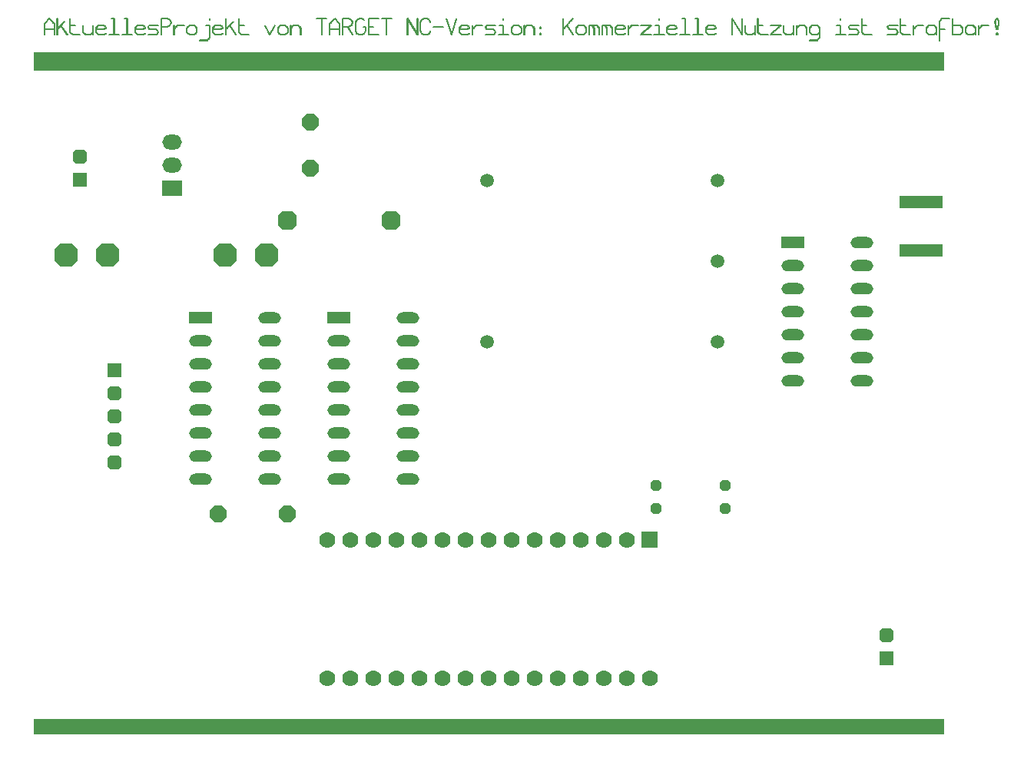
<source format=gbs>
%FSLAX35Y35*%
%MOIN*%
%IN4=Loetstoppmaskeunten(X.GBS)*%
%TF.FileFunction,Soldermask,Bot*%
%ADD10C,0.00591*%
%ADD11C,0.00288*%
%ADD12C,0.00360*%
%ADD13C,0.00500*%
%ADD14C,0.00512*%
%ADD15C,0.00768*%
%ADD16C,0.00787*%
%ADD17C,0.01024*%
%ADD18C,0.01181*%
%ADD19C,0.01575*%
%ADD20C,0.01600*%
%ADD21C,0.03150*%
%ADD22C,0.03937*%
%ADD23C,0.04724*%
%ADD24C,0.05906*%
%ADD25C,0.07000*%
%AMR_26*21,1,0.02953,0.18898,0,0,90.000*%
%ADD26R_26*%
%AMR_27*21,1,0.05000,0.05000,0,0,0.000*%
%ADD27R_27*%
%AMR_28*21,1,0.05000,0.05000,0,0,90.000*%
%ADD28R_28*%
%AMR_29*21,1,0.05000,0.05000,0,0,180.000*%
%ADD29R_29*%
%AMR_30*21,1,0.05000,0.05000,0,0,270.000*%
%ADD30R_30*%
%AMR_31*21,1,0.05000,0.09843,0,0,270.000*%
%ADD31R_31*%
%AMR_32*21,1,0.05118,0.18898,0,0,90.000*%
%ADD32R_32*%
%AMR_33*21,1,0.06500,0.08500,0,0,90.000*%
%ADD33R_33*%
%AMR_34*21,1,0.07000,0.07000,0,0,180.000*%
%ADD34R_34*%
%AMR_35*21,1,0.19685,0.06875,0,0,0.000*%
%ADD35R_35*%
%AMR_36*21,1,0.19685,0.08125,0,0,0.000*%
%ADD36R_36*%
%AMR_37*21,1,0.19685,0.19685,0,0,0.000*%
%ADD37R_37*%
%AMOCT_38*4,1,8,0.023622,0.011811,0.011811,0.023622,-0.011811,0.023622,-0.023622,0.011811,-0.023622,-0.011811,-0.011811,-0.023622,0.011811,-0.023622,0.023622,-0.011811,0.023622,0.011811,0.000*%
%ADD38OCT_38*%
%AMOCT_39*4,1,8,0.023622,0.011811,0.011811,0.023622,-0.011811,0.023622,-0.023622,0.011811,-0.023622,-0.011811,-0.011811,-0.023622,0.011811,-0.023622,0.023622,-0.011811,0.023622,0.011811,270.000*%
%ADD39OCT_39*%
%AMOCT_40*4,1,8,0.031496,0.015748,0.015748,0.031496,-0.015748,0.031496,-0.031496,0.015748,-0.031496,-0.015748,-0.015748,-0.031496,0.015748,-0.031496,0.031496,-0.015748,0.031496,0.015748,90.000*%
%ADD40OCT_40*%
%AMOCT_41*4,1,8,0.031496,0.015748,0.015748,0.031496,-0.015748,0.031496,-0.031496,0.015748,-0.031496,-0.015748,-0.015748,-0.031496,0.015748,-0.031496,0.031496,-0.015748,0.031496,0.015748,270.000*%
%ADD41OCT_41*%
%AMOCT_42*4,1,8,0.035433,0.017717,0.017717,0.035433,-0.017717,0.035433,-0.035433,0.017717,-0.035433,-0.017717,-0.017717,-0.035433,0.017717,-0.035433,0.035433,-0.017717,0.035433,0.017717,180.000*%
%ADD42OCT_42*%
%AMOCT_43*4,1,8,0.035433,0.017717,0.017717,0.035433,-0.017717,0.035433,-0.035433,0.017717,-0.035433,-0.017717,-0.017717,-0.035433,0.017717,-0.035433,0.035433,-0.017717,0.035433,0.017717,270.000*%
%ADD43OCT_43*%
%AMOCT_44*4,1,8,0.041339,0.020669,0.020669,0.041339,-0.020669,0.041339,-0.041339,0.020669,-0.041339,-0.020669,-0.020669,-0.041339,0.020669,-0.041339,0.041339,-0.020669,0.041339,0.020669,0.000*%
%ADD44OCT_44*%
%AMOCT_45*4,1,8,0.049213,0.024606,0.024606,0.049213,-0.024606,0.049213,-0.049213,0.024606,-0.049213,-0.024606,-0.024606,-0.049213,0.024606,-0.049213,0.049213,-0.024606,0.049213,0.024606,0.000*%
%ADD45OCT_45*%
%ADD46O,0.09843X0.05000*%
%ADD47O,0.08500X0.06500*%
%AMRR_48*21,1,0.06299,0.05039,0,0,90.000*21,1,0.05039,0.06299,0,0,90.000*1,1,0.01260,-0.02520,0.02520*1,1,0.01260,0.02520,-0.02520*1,1,0.01260,0.02520,0.02520*1,1,0.01260,-0.02520,-0.02520*%
%ADD48RR_48*%
%AMRR_49*21,1,0.06299,0.05039,0,0,270.000*21,1,0.05039,0.06299,0,0,270.000*1,1,0.01260,0.02520,-0.02520*1,1,0.01260,-0.02520,0.02520*1,1,0.01260,-0.02520,-0.02520*1,1,0.01260,0.02520,0.02520*%
%ADD49RR_49*%
G54D10*
X3907Y307874D02*
X3907Y303149D01*
X3916Y303128D01*
X3937Y303120D01*
X3957Y303128D01*
X3966Y303149D01*
X3966Y307874D01*
X3957Y307894D01*
X3937Y307903D01*
X3916Y307894D01*
X3907Y307874D01*
X3907Y303671D02*
X3966Y303671D01*
X3907Y304222D02*
X3966Y304222D01*
X3907Y304773D02*
X3966Y304773D01*
X3907Y305324D02*
X3966Y305324D01*
X3907Y305875D02*
X3966Y305875D01*
X3907Y306427D02*
X3966Y306427D01*
X3907Y306978D02*
X3966Y306978D01*
X3907Y307529D02*
X3966Y307529D01*
X8267Y305541D02*
X3937Y305541D01*
X3916Y305532D01*
X3907Y305511D01*
X3916Y305490D01*
X3937Y305482D01*
X8267Y305482D01*
X8288Y305490D01*
X8297Y305511D01*
X8288Y305532D01*
X8267Y305541D01*
X8297Y303149D02*
X8297Y307874D01*
X8288Y307894D01*
X8267Y307903D01*
X8246Y307894D01*
X8238Y307874D01*
X8238Y303149D01*
X8246Y303128D01*
X8267Y303120D01*
X8288Y303128D01*
X8297Y303149D01*
X8238Y303671D02*
X8297Y303671D01*
X8238Y304222D02*
X8297Y304222D01*
X8238Y304773D02*
X8297Y304773D01*
X8238Y305324D02*
X8297Y305324D01*
X8238Y305875D02*
X8297Y305875D01*
X8238Y306427D02*
X8297Y306427D01*
X8238Y306978D02*
X8297Y306978D01*
X8238Y307529D02*
X8297Y307529D01*
X6080Y310256D02*
X3915Y307893D01*
X3907Y307872D01*
X3917Y307852D01*
X3938Y307844D01*
X3958Y307854D01*
X6124Y310216D01*
X6131Y310237D01*
X6122Y310257D01*
X6101Y310265D01*
X6080Y310256D01*
X4375Y308395D02*
X4455Y308395D01*
X4880Y308946D02*
X4960Y308946D01*
X5385Y309498D02*
X5465Y309498D01*
X5890Y310049D02*
X5971Y310049D01*
X8289Y307893D02*
X6124Y310256D01*
X6103Y310265D01*
X6082Y310257D01*
X6072Y310237D01*
X6080Y310216D01*
X8245Y307854D01*
X8266Y307844D01*
X8287Y307852D01*
X8297Y307872D01*
X8289Y307893D01*
X7749Y308395D02*
X7829Y308395D01*
X7244Y308946D02*
X7324Y308946D01*
X6738Y309498D02*
X6819Y309498D01*
X6233Y310049D02*
X6313Y310049D01*
X9596Y303149D02*
X9596Y310236D01*
X9587Y310257D01*
X9566Y310265D01*
X9546Y310257D01*
X9537Y310236D01*
X9537Y303149D01*
X9546Y303128D01*
X9566Y303120D01*
X9587Y303128D01*
X9596Y303149D01*
X9537Y303671D02*
X9596Y303671D01*
X9537Y304222D02*
X9596Y304222D01*
X9537Y304773D02*
X9596Y304773D01*
X9537Y305324D02*
X9596Y305324D01*
X9537Y305875D02*
X9596Y305875D01*
X9537Y306427D02*
X9596Y306427D01*
X9537Y306978D02*
X9596Y306978D01*
X9537Y307529D02*
X9596Y307529D01*
X9537Y308080D02*
X9596Y308080D01*
X9537Y308631D02*
X9596Y308631D01*
X9537Y309183D02*
X9596Y309183D01*
X9537Y309734D02*
X9596Y309734D01*
X12793Y309075D02*
X9545Y305531D01*
X9537Y305510D01*
X9546Y305490D01*
X9568Y305482D01*
X9588Y305491D01*
X12836Y309035D01*
X12844Y309056D01*
X12834Y309076D01*
X12813Y309084D01*
X12793Y309075D01*
X10005Y306033D02*
X10085Y306033D01*
X10510Y306584D02*
X10590Y306584D01*
X11015Y307135D02*
X11095Y307135D01*
X11520Y307687D02*
X11600Y307687D01*
X12026Y308238D02*
X12106Y308238D01*
X12531Y308789D02*
X12611Y308789D01*
X13922Y303165D02*
X11215Y307299D01*
X11196Y307312D01*
X11174Y307308D01*
X11162Y307289D01*
X11166Y307267D01*
X13872Y303133D01*
X13891Y303120D01*
X13913Y303124D01*
X13926Y303143D01*
X13922Y303165D01*
X13520Y303671D02*
X13590Y303671D01*
X13159Y304223D02*
X13230Y304223D01*
X12798Y304774D02*
X12869Y304774D01*
X12437Y305325D02*
X12508Y305325D01*
X12076Y305876D02*
X12147Y305876D01*
X11715Y306427D02*
X11786Y306427D01*
X11355Y306978D02*
X11425Y306978D01*
X15226Y304330D02*
X15226Y310236D01*
X15217Y310257D01*
X15196Y310265D01*
X15175Y310257D01*
X15167Y310236D01*
X15167Y304330D01*
X15175Y304309D01*
X15196Y304301D01*
X15217Y304309D01*
X15226Y304330D01*
X15167Y304852D02*
X15226Y304852D01*
X15167Y305403D02*
X15226Y305403D01*
X15167Y305954D02*
X15226Y305954D01*
X15167Y306505D02*
X15226Y306505D01*
X15167Y307057D02*
X15226Y307057D01*
X15167Y307608D02*
X15226Y307608D01*
X15167Y308159D02*
X15226Y308159D01*
X15167Y308710D02*
X15226Y308710D01*
X15167Y309261D02*
X15226Y309261D01*
X15167Y309812D02*
X15226Y309812D01*
X16301Y303169D02*
X15218Y304350D01*
X15198Y304360D01*
X15176Y304352D01*
X15167Y304331D01*
X15175Y304310D01*
X16257Y303129D01*
X16278Y303120D01*
X16299Y303127D01*
X16309Y303148D01*
X16301Y303169D01*
X15761Y303671D02*
X15841Y303671D01*
X15256Y304222D02*
X15336Y304222D01*
X19527Y303179D02*
X16279Y303179D01*
X16258Y303170D01*
X16250Y303149D01*
X16258Y303128D01*
X16279Y303120D01*
X19527Y303120D01*
X19548Y303128D01*
X19557Y303149D01*
X19548Y303170D01*
X19527Y303179D01*
X17362Y307312D02*
X15196Y307312D01*
X15175Y307304D01*
X15167Y307283D01*
X15175Y307262D01*
X15196Y307253D01*
X17362Y307253D01*
X17383Y307262D01*
X17391Y307283D01*
X17383Y307304D01*
X17362Y307312D01*
X20856Y304330D02*
X20856Y307283D01*
X20847Y307304D01*
X20826Y307312D01*
X20805Y307304D01*
X20797Y307283D01*
X20797Y304330D01*
X20805Y304309D01*
X20826Y304301D01*
X20847Y304309D01*
X20856Y304330D01*
X20797Y304852D02*
X20856Y304852D01*
X20797Y305403D02*
X20856Y305403D01*
X20797Y305954D02*
X20856Y305954D01*
X20797Y306505D02*
X20856Y306505D01*
X20797Y307057D02*
X20856Y307057D01*
X21931Y303169D02*
X20848Y304350D01*
X20828Y304360D01*
X20806Y304352D01*
X20797Y304331D01*
X20805Y304310D01*
X21887Y303129D01*
X21908Y303120D01*
X21929Y303127D01*
X21938Y303148D01*
X21931Y303169D01*
X21391Y303671D02*
X21471Y303671D01*
X20885Y304222D02*
X20966Y304222D01*
X24074Y303179D02*
X21909Y303179D01*
X21888Y303170D01*
X21879Y303149D01*
X21888Y303128D01*
X21909Y303120D01*
X24074Y303120D01*
X24095Y303128D01*
X24104Y303149D01*
X24095Y303170D01*
X24074Y303179D01*
X25135Y304350D02*
X24053Y303169D01*
X24045Y303148D01*
X24054Y303127D01*
X24076Y303120D01*
X24096Y303129D01*
X25179Y304310D01*
X25186Y304331D01*
X25177Y304352D01*
X25156Y304360D01*
X25135Y304350D01*
X24512Y303671D02*
X24593Y303671D01*
X25018Y304222D02*
X25098Y304222D01*
X25187Y303149D02*
X25187Y307283D01*
X25178Y307304D01*
X25157Y307312D01*
X25136Y307304D01*
X25127Y307283D01*
X25127Y303149D01*
X25136Y303128D01*
X25157Y303120D01*
X25178Y303128D01*
X25187Y303149D01*
X25127Y303671D02*
X25187Y303671D01*
X25127Y304222D02*
X25187Y304222D01*
X25127Y304773D02*
X25187Y304773D01*
X25127Y305324D02*
X25187Y305324D01*
X25127Y305875D02*
X25187Y305875D01*
X25127Y306427D02*
X25187Y306427D01*
X25127Y306978D02*
X25187Y306978D01*
X29718Y303123D02*
X30801Y303714D01*
X30815Y303731D01*
X30813Y303754D01*
X30795Y303768D01*
X30773Y303766D01*
X29690Y303175D01*
X29676Y303157D01*
X29678Y303135D01*
X29696Y303121D01*
X29718Y303123D01*
X30601Y303672D02*
X30724Y303672D01*
X27539Y303120D02*
X29704Y303120D01*
X29725Y303128D01*
X29734Y303149D01*
X29725Y303170D01*
X29704Y303179D01*
X27539Y303179D01*
X27518Y303170D01*
X27509Y303149D01*
X27518Y303128D01*
X27539Y303120D01*
X26434Y304310D02*
X27517Y303129D01*
X27538Y303120D01*
X27559Y303127D01*
X27568Y303148D01*
X27561Y303169D01*
X26478Y304350D01*
X26457Y304360D01*
X26436Y304352D01*
X26427Y304331D01*
X26434Y304310D01*
X27021Y303671D02*
X27101Y303671D01*
X26515Y304222D02*
X26595Y304222D01*
X26427Y306102D02*
X26427Y304330D01*
X26435Y304309D01*
X26456Y304301D01*
X26477Y304309D01*
X26486Y304330D01*
X26486Y306102D01*
X26477Y306123D01*
X26456Y306131D01*
X26435Y306123D01*
X26427Y306102D01*
X26427Y304852D02*
X26486Y304852D01*
X26427Y305403D02*
X26486Y305403D01*
X26427Y305954D02*
X26486Y305954D01*
X27517Y307303D02*
X26434Y306122D01*
X26427Y306101D01*
X26436Y306080D01*
X26457Y306072D01*
X26478Y306082D01*
X27561Y307263D01*
X27568Y307284D01*
X27559Y307305D01*
X27538Y307312D01*
X27517Y307303D01*
X26894Y306624D02*
X26974Y306624D01*
X27400Y307175D02*
X27480Y307175D01*
X29704Y307312D02*
X27539Y307312D01*
X27518Y307304D01*
X27509Y307283D01*
X27518Y307262D01*
X27539Y307253D01*
X29704Y307253D01*
X29725Y307262D01*
X29734Y307283D01*
X29725Y307304D01*
X29704Y307312D01*
X30801Y306718D02*
X29718Y307309D01*
X29696Y307311D01*
X29678Y307297D01*
X29676Y307275D01*
X29690Y307257D01*
X30773Y306666D01*
X30795Y306664D01*
X30813Y306678D01*
X30815Y306701D01*
X30801Y306718D01*
X29767Y307215D02*
X29890Y307215D01*
X30816Y306102D02*
X30816Y306692D01*
X30808Y306713D01*
X30787Y306722D01*
X30766Y306713D01*
X30757Y306692D01*
X30757Y306102D01*
X30766Y306081D01*
X30787Y306072D01*
X30808Y306081D01*
X30816Y306102D01*
X30757Y306624D02*
X30816Y306624D01*
X29718Y305485D02*
X30801Y306076D01*
X30815Y306094D01*
X30813Y306116D01*
X30795Y306130D01*
X30773Y306128D01*
X29690Y305537D01*
X29676Y305520D01*
X29678Y305497D01*
X29696Y305483D01*
X29718Y305485D01*
X30601Y306034D02*
X30724Y306034D01*
X26456Y305482D02*
X29704Y305482D01*
X29725Y305490D01*
X29734Y305511D01*
X29725Y305532D01*
X29704Y305541D01*
X26456Y305541D01*
X26435Y305532D01*
X26427Y305511D01*
X26435Y305490D01*
X26456Y305482D01*
X36417Y303179D02*
X32086Y303179D01*
X32065Y303170D01*
X32057Y303149D01*
X32065Y303128D01*
X32086Y303120D01*
X36417Y303120D01*
X36438Y303128D01*
X36446Y303149D01*
X36438Y303170D01*
X36417Y303179D01*
X34251Y310265D02*
X33169Y310265D01*
X33148Y310257D01*
X33139Y310236D01*
X33148Y310215D01*
X33169Y310206D01*
X34251Y310206D01*
X34272Y310215D01*
X34281Y310236D01*
X34272Y310257D01*
X34251Y310265D01*
X34281Y303149D02*
X34281Y310236D01*
X34272Y310257D01*
X34251Y310265D01*
X34231Y310257D01*
X34222Y310236D01*
X34222Y303149D01*
X34231Y303128D01*
X34251Y303120D01*
X34272Y303128D01*
X34281Y303149D01*
X34222Y303671D02*
X34281Y303671D01*
X34222Y304222D02*
X34281Y304222D01*
X34222Y304773D02*
X34281Y304773D01*
X34222Y305324D02*
X34281Y305324D01*
X34222Y305875D02*
X34281Y305875D01*
X34222Y306427D02*
X34281Y306427D01*
X34222Y306978D02*
X34281Y306978D01*
X34222Y307529D02*
X34281Y307529D01*
X34222Y308080D02*
X34281Y308080D01*
X34222Y308631D02*
X34281Y308631D01*
X34222Y309183D02*
X34281Y309183D01*
X34222Y309734D02*
X34281Y309734D01*
X42047Y303179D02*
X37716Y303179D01*
X37695Y303170D01*
X37687Y303149D01*
X37695Y303128D01*
X37716Y303120D01*
X42047Y303120D01*
X42068Y303128D01*
X42076Y303149D01*
X42068Y303170D01*
X42047Y303179D01*
X39881Y310265D02*
X38799Y310265D01*
X38778Y310257D01*
X38769Y310236D01*
X38778Y310215D01*
X38799Y310206D01*
X39881Y310206D01*
X39902Y310215D01*
X39911Y310236D01*
X39902Y310257D01*
X39881Y310265D01*
X39911Y303149D02*
X39911Y310236D01*
X39902Y310257D01*
X39881Y310265D01*
X39861Y310257D01*
X39852Y310236D01*
X39852Y303149D01*
X39861Y303128D01*
X39881Y303120D01*
X39902Y303128D01*
X39911Y303149D01*
X39852Y303671D02*
X39911Y303671D01*
X39852Y304222D02*
X39911Y304222D01*
X39852Y304773D02*
X39911Y304773D01*
X39852Y305324D02*
X39911Y305324D01*
X39852Y305875D02*
X39911Y305875D01*
X39852Y306427D02*
X39911Y306427D01*
X39852Y306978D02*
X39911Y306978D01*
X39852Y307529D02*
X39911Y307529D01*
X39852Y308080D02*
X39911Y308080D01*
X39852Y308631D02*
X39911Y308631D01*
X39852Y309183D02*
X39911Y309183D01*
X39852Y309734D02*
X39911Y309734D01*
X46608Y303123D02*
X47691Y303714D01*
X47705Y303731D01*
X47703Y303754D01*
X47685Y303768D01*
X47663Y303766D01*
X46580Y303175D01*
X46566Y303157D01*
X46568Y303135D01*
X46586Y303121D01*
X46608Y303123D01*
X47491Y303672D02*
X47614Y303672D01*
X44429Y303120D02*
X46594Y303120D01*
X46615Y303128D01*
X46624Y303149D01*
X46615Y303170D01*
X46594Y303179D01*
X44429Y303179D01*
X44408Y303170D01*
X44399Y303149D01*
X44408Y303128D01*
X44429Y303120D01*
X43324Y304310D02*
X44407Y303129D01*
X44427Y303120D01*
X44449Y303127D01*
X44458Y303148D01*
X44450Y303169D01*
X43368Y304350D01*
X43347Y304360D01*
X43326Y304352D01*
X43316Y304331D01*
X43324Y304310D01*
X43910Y303671D02*
X43990Y303671D01*
X43405Y304222D02*
X43485Y304222D01*
X43316Y306102D02*
X43316Y304330D01*
X43325Y304309D01*
X43346Y304301D01*
X43367Y304309D01*
X43375Y304330D01*
X43375Y306102D01*
X43367Y306123D01*
X43346Y306131D01*
X43325Y306123D01*
X43316Y306102D01*
X43316Y304852D02*
X43375Y304852D01*
X43316Y305403D02*
X43375Y305403D01*
X43316Y305954D02*
X43375Y305954D01*
X44407Y307303D02*
X43324Y306122D01*
X43316Y306101D01*
X43326Y306080D01*
X43347Y306072D01*
X43368Y306082D01*
X44450Y307263D01*
X44458Y307284D01*
X44449Y307305D01*
X44427Y307312D01*
X44407Y307303D01*
X43784Y306624D02*
X43864Y306624D01*
X44289Y307175D02*
X44369Y307175D01*
X46594Y307312D02*
X44429Y307312D01*
X44408Y307304D01*
X44399Y307283D01*
X44408Y307262D01*
X44429Y307253D01*
X46594Y307253D01*
X46615Y307262D01*
X46624Y307283D01*
X46615Y307304D01*
X46594Y307312D01*
X47691Y306718D02*
X46608Y307309D01*
X46586Y307311D01*
X46568Y307297D01*
X46566Y307275D01*
X46580Y307257D01*
X47663Y306666D01*
X47685Y306664D01*
X47703Y306678D01*
X47705Y306701D01*
X47691Y306718D01*
X46656Y307215D02*
X46780Y307215D01*
X47706Y306102D02*
X47706Y306692D01*
X47698Y306713D01*
X47677Y306722D01*
X47656Y306713D01*
X47647Y306692D01*
X47647Y306102D01*
X47656Y306081D01*
X47677Y306072D01*
X47698Y306081D01*
X47706Y306102D01*
X47647Y306624D02*
X47706Y306624D01*
X46608Y305485D02*
X47691Y306076D01*
X47705Y306094D01*
X47703Y306116D01*
X47685Y306130D01*
X47663Y306128D01*
X46580Y305537D01*
X46566Y305520D01*
X46568Y305497D01*
X46586Y305483D01*
X46608Y305485D01*
X47491Y306034D02*
X47614Y306034D01*
X43346Y305482D02*
X46594Y305482D01*
X46615Y305490D01*
X46624Y305511D01*
X46615Y305532D01*
X46594Y305541D01*
X43346Y305541D01*
X43325Y305532D01*
X43316Y305511D01*
X43325Y305490D01*
X43346Y305482D01*
X52765Y303179D02*
X48976Y303179D01*
X48955Y303170D01*
X48946Y303149D01*
X48955Y303128D01*
X48976Y303120D01*
X52765Y303120D01*
X52786Y303128D01*
X52795Y303149D01*
X52786Y303170D01*
X52765Y303179D01*
X53280Y304343D02*
X52738Y303161D01*
X52738Y303139D01*
X52753Y303122D01*
X52776Y303121D01*
X52792Y303137D01*
X53333Y304318D01*
X53334Y304340D01*
X53319Y304357D01*
X53296Y304358D01*
X53280Y304343D01*
X52973Y303673D02*
X53038Y303673D01*
X53225Y304224D02*
X53290Y304224D01*
X52738Y305499D02*
X53280Y304318D01*
X53296Y304303D01*
X53319Y304303D01*
X53334Y304320D01*
X53333Y304343D01*
X52792Y305524D01*
X52776Y305539D01*
X52753Y305538D01*
X52738Y305522D01*
X52738Y305499D01*
X53034Y304854D02*
X53099Y304854D01*
X52782Y305405D02*
X52847Y305405D01*
X49517Y305482D02*
X52765Y305482D01*
X52786Y305490D01*
X52795Y305511D01*
X52786Y305532D01*
X52765Y305541D01*
X49517Y305541D01*
X49496Y305532D01*
X49488Y305511D01*
X49496Y305490D01*
X49517Y305482D01*
X48949Y306680D02*
X49490Y305499D01*
X49507Y305484D01*
X49530Y305484D01*
X49545Y305501D01*
X49544Y305524D01*
X49003Y306705D01*
X48986Y306720D01*
X48964Y306719D01*
X48948Y306703D01*
X48949Y306680D01*
X49245Y306035D02*
X49310Y306035D01*
X48992Y306586D02*
X49057Y306586D01*
X49495Y307303D02*
X48954Y306712D01*
X48946Y306691D01*
X48956Y306671D01*
X48977Y306663D01*
X48998Y306672D01*
X49539Y307263D01*
X49547Y307284D01*
X49537Y307305D01*
X49516Y307312D01*
X49495Y307303D01*
X49414Y307214D02*
X49494Y307214D01*
X53307Y307312D02*
X49517Y307312D01*
X49496Y307304D01*
X49488Y307283D01*
X49496Y307262D01*
X49517Y307253D01*
X53307Y307253D01*
X53327Y307262D01*
X53336Y307283D01*
X53327Y307304D01*
X53307Y307312D01*
X54635Y303149D02*
X54635Y310236D01*
X54627Y310257D01*
X54606Y310265D01*
X54585Y310257D01*
X54576Y310236D01*
X54576Y303149D01*
X54585Y303128D01*
X54606Y303120D01*
X54627Y303128D01*
X54635Y303149D01*
X54576Y303671D02*
X54635Y303671D01*
X54576Y304222D02*
X54635Y304222D01*
X54576Y304773D02*
X54635Y304773D01*
X54576Y305324D02*
X54635Y305324D01*
X54576Y305875D02*
X54635Y305875D01*
X54576Y306427D02*
X54635Y306427D01*
X54576Y306978D02*
X54635Y306978D01*
X54576Y307529D02*
X54635Y307529D01*
X54576Y308080D02*
X54635Y308080D01*
X54576Y308631D02*
X54635Y308631D01*
X54576Y309183D02*
X54635Y309183D01*
X54576Y309734D02*
X54635Y309734D01*
X57312Y306722D02*
X54606Y306722D01*
X54585Y306713D01*
X54576Y306692D01*
X54585Y306672D01*
X54606Y306663D01*
X57312Y306663D01*
X57333Y306672D01*
X57342Y306692D01*
X57333Y306713D01*
X57312Y306722D01*
X58381Y307309D02*
X57298Y306718D01*
X57284Y306701D01*
X57287Y306678D01*
X57304Y306664D01*
X57327Y306666D01*
X58409Y307257D01*
X58423Y307275D01*
X58421Y307297D01*
X58404Y307311D01*
X58381Y307309D01*
X58209Y307215D02*
X58333Y307215D01*
X58910Y308476D02*
X58368Y307295D01*
X58367Y307273D01*
X58383Y307256D01*
X58405Y307255D01*
X58422Y307271D01*
X58963Y308452D01*
X58964Y308474D01*
X58949Y308491D01*
X58926Y308492D01*
X58910Y308476D01*
X58603Y307806D02*
X58668Y307806D01*
X58855Y308358D02*
X58920Y308358D01*
X58368Y309633D02*
X58910Y308452D01*
X58926Y308436D01*
X58949Y308437D01*
X58964Y308454D01*
X58963Y308476D01*
X58422Y309657D01*
X58405Y309673D01*
X58383Y309672D01*
X58367Y309655D01*
X58368Y309633D01*
X58664Y308988D02*
X58729Y308988D01*
X58411Y309539D02*
X58476Y309539D01*
X57298Y310210D02*
X58381Y309619D01*
X58404Y309617D01*
X58421Y309631D01*
X58423Y309654D01*
X58409Y309671D01*
X57327Y310262D01*
X57304Y310264D01*
X57287Y310250D01*
X57284Y310227D01*
X57298Y310210D01*
X57375Y310168D02*
X57498Y310168D01*
X54606Y310206D02*
X57312Y310206D01*
X57333Y310215D01*
X57342Y310236D01*
X57333Y310257D01*
X57312Y310265D01*
X54606Y310265D01*
X54585Y310257D01*
X54576Y310236D01*
X54585Y310215D01*
X54606Y310206D01*
X60265Y303149D02*
X60265Y307283D01*
X60257Y307304D01*
X60236Y307312D01*
X60215Y307304D01*
X60206Y307283D01*
X60206Y303149D01*
X60215Y303128D01*
X60236Y303120D01*
X60257Y303128D01*
X60265Y303149D01*
X60206Y303671D02*
X60265Y303671D01*
X60206Y304222D02*
X60265Y304222D01*
X60206Y304773D02*
X60265Y304773D01*
X60206Y305324D02*
X60265Y305324D01*
X60206Y305875D02*
X60265Y305875D01*
X60206Y306427D02*
X60265Y306427D01*
X60206Y306978D02*
X60265Y306978D01*
X61838Y307303D02*
X60214Y305531D01*
X60206Y305510D01*
X60216Y305490D01*
X60237Y305482D01*
X60257Y305491D01*
X61882Y307263D01*
X61889Y307284D01*
X61880Y307305D01*
X61858Y307312D01*
X61838Y307303D01*
X60674Y306033D02*
X60754Y306033D01*
X61179Y306584D02*
X61259Y306584D01*
X61684Y307135D02*
X61764Y307135D01*
X64566Y307312D02*
X61860Y307312D01*
X61839Y307304D01*
X61830Y307283D01*
X61839Y307262D01*
X61860Y307253D01*
X64566Y307253D01*
X64587Y307262D01*
X64596Y307283D01*
X64587Y307304D01*
X64566Y307312D01*
X65895Y304330D02*
X65895Y306102D01*
X65887Y306123D01*
X65866Y306131D01*
X65845Y306123D01*
X65836Y306102D01*
X65836Y304330D01*
X65845Y304309D01*
X65866Y304301D01*
X65887Y304309D01*
X65895Y304330D01*
X65836Y304852D02*
X65895Y304852D01*
X65836Y305403D02*
X65895Y305403D01*
X65836Y305954D02*
X65895Y305954D01*
X66927Y307303D02*
X65844Y306122D01*
X65836Y306101D01*
X65846Y306080D01*
X65867Y306072D01*
X65887Y306082D01*
X66970Y307263D01*
X66978Y307284D01*
X66968Y307305D01*
X66947Y307312D01*
X66927Y307303D01*
X66304Y306624D02*
X66384Y306624D01*
X66809Y307175D02*
X66889Y307175D01*
X69114Y307312D02*
X66948Y307312D01*
X66927Y307304D01*
X66919Y307283D01*
X66927Y307262D01*
X66948Y307253D01*
X69114Y307253D01*
X69135Y307262D01*
X69143Y307283D01*
X69135Y307304D01*
X69114Y307312D01*
X70218Y306122D02*
X69135Y307303D01*
X69115Y307312D01*
X69094Y307305D01*
X69084Y307284D01*
X69092Y307263D01*
X70175Y306082D01*
X70195Y306072D01*
X70216Y306080D01*
X70226Y306101D01*
X70218Y306122D01*
X69678Y306624D02*
X69758Y306624D01*
X69173Y307175D02*
X69253Y307175D01*
X70226Y304330D02*
X70226Y306102D01*
X70217Y306123D01*
X70196Y306131D01*
X70175Y306123D01*
X70167Y306102D01*
X70167Y304330D01*
X70175Y304309D01*
X70196Y304301D01*
X70217Y304309D01*
X70226Y304330D01*
X70167Y304852D02*
X70226Y304852D01*
X70167Y305403D02*
X70226Y305403D01*
X70167Y305954D02*
X70226Y305954D01*
X69135Y303129D02*
X70218Y304310D01*
X70226Y304331D01*
X70216Y304352D01*
X70195Y304360D01*
X70175Y304350D01*
X69092Y303169D01*
X69084Y303148D01*
X69094Y303127D01*
X69115Y303120D01*
X69135Y303129D01*
X69552Y303671D02*
X69632Y303671D01*
X70057Y304222D02*
X70137Y304222D01*
X66948Y303120D02*
X69114Y303120D01*
X69135Y303128D01*
X69143Y303149D01*
X69135Y303170D01*
X69114Y303179D01*
X66948Y303179D01*
X66927Y303170D01*
X66919Y303149D01*
X66927Y303128D01*
X66948Y303120D01*
X65844Y304310D02*
X66927Y303129D01*
X66947Y303120D01*
X66968Y303127D01*
X66978Y303148D01*
X66970Y303169D01*
X65887Y304350D01*
X65867Y304360D01*
X65846Y304352D01*
X65836Y304331D01*
X65844Y304310D01*
X66430Y303671D02*
X66510Y303671D01*
X65925Y304222D02*
X66005Y304222D01*
X74744Y300816D02*
X71496Y300816D01*
X71475Y300808D01*
X71466Y300787D01*
X71475Y300766D01*
X71496Y300757D01*
X74744Y300757D01*
X74764Y300766D01*
X74773Y300787D01*
X74764Y300808D01*
X74744Y300816D01*
X75805Y301988D02*
X74722Y300807D01*
X74714Y300786D01*
X74724Y300765D01*
X74745Y300757D01*
X74765Y300767D01*
X75848Y301948D01*
X75856Y301969D01*
X75846Y301990D01*
X75825Y301998D01*
X75805Y301988D01*
X75182Y301309D02*
X75262Y301309D01*
X75687Y301860D02*
X75767Y301860D01*
X75797Y307283D02*
X75797Y301968D01*
X75805Y301947D01*
X75826Y301938D01*
X75847Y301947D01*
X75856Y301968D01*
X75856Y307283D01*
X75847Y307304D01*
X75826Y307312D01*
X75805Y307304D01*
X75797Y307283D01*
X75797Y302490D02*
X75856Y302490D01*
X75797Y303041D02*
X75856Y303041D01*
X75797Y303592D02*
X75856Y303592D01*
X75797Y304143D02*
X75856Y304143D01*
X75797Y304694D02*
X75856Y304694D01*
X75797Y305246D02*
X75856Y305246D01*
X75797Y305797D02*
X75856Y305797D01*
X75797Y306348D02*
X75856Y306348D01*
X75797Y306899D02*
X75856Y306899D01*
X74202Y307253D02*
X75826Y307253D01*
X75847Y307262D01*
X75856Y307283D01*
X75847Y307304D01*
X75826Y307312D01*
X74202Y307312D01*
X74181Y307304D01*
X74173Y307283D01*
X74181Y307262D01*
X74202Y307253D01*
X75856Y309645D02*
X75856Y310236D01*
X75847Y310257D01*
X75826Y310265D01*
X75805Y310257D01*
X75797Y310236D01*
X75797Y309645D01*
X75805Y309624D01*
X75826Y309616D01*
X75847Y309624D01*
X75856Y309645D01*
X75797Y310167D02*
X75856Y310167D01*
X80388Y303123D02*
X81470Y303714D01*
X81485Y303731D01*
X81482Y303754D01*
X81465Y303768D01*
X81442Y303766D01*
X80359Y303175D01*
X80345Y303157D01*
X80348Y303135D01*
X80365Y303121D01*
X80388Y303123D01*
X81270Y303672D02*
X81394Y303672D01*
X78208Y303120D02*
X80374Y303120D01*
X80394Y303128D01*
X80403Y303149D01*
X80394Y303170D01*
X80374Y303179D01*
X78208Y303179D01*
X78187Y303170D01*
X78179Y303149D01*
X78187Y303128D01*
X78208Y303120D01*
X77104Y304310D02*
X78186Y303129D01*
X78207Y303120D01*
X78228Y303127D01*
X78238Y303148D01*
X78230Y303169D01*
X77147Y304350D01*
X77127Y304360D01*
X77106Y304352D01*
X77096Y304331D01*
X77104Y304310D01*
X77690Y303671D02*
X77770Y303671D01*
X77185Y304222D02*
X77265Y304222D01*
X77096Y306102D02*
X77096Y304330D01*
X77105Y304309D01*
X77125Y304301D01*
X77146Y304309D01*
X77155Y304330D01*
X77155Y306102D01*
X77146Y306123D01*
X77125Y306131D01*
X77105Y306123D01*
X77096Y306102D01*
X77096Y304852D02*
X77155Y304852D01*
X77096Y305403D02*
X77155Y305403D01*
X77096Y305954D02*
X77155Y305954D01*
X78186Y307303D02*
X77104Y306122D01*
X77096Y306101D01*
X77106Y306080D01*
X77127Y306072D01*
X77147Y306082D01*
X78230Y307263D01*
X78238Y307284D01*
X78228Y307305D01*
X78207Y307312D01*
X78186Y307303D01*
X77564Y306624D02*
X77644Y306624D01*
X78069Y307175D02*
X78149Y307175D01*
X80374Y307312D02*
X78208Y307312D01*
X78187Y307304D01*
X78179Y307283D01*
X78187Y307262D01*
X78208Y307253D01*
X80374Y307253D01*
X80394Y307262D01*
X80403Y307283D01*
X80394Y307304D01*
X80374Y307312D01*
X81470Y306718D02*
X80388Y307309D01*
X80365Y307311D01*
X80348Y307297D01*
X80345Y307275D01*
X80359Y307257D01*
X81442Y306666D01*
X81465Y306664D01*
X81482Y306678D01*
X81485Y306701D01*
X81470Y306718D01*
X80436Y307215D02*
X80559Y307215D01*
X81486Y306102D02*
X81486Y306692D01*
X81477Y306713D01*
X81456Y306722D01*
X81435Y306713D01*
X81427Y306692D01*
X81427Y306102D01*
X81435Y306081D01*
X81456Y306072D01*
X81477Y306081D01*
X81486Y306102D01*
X81427Y306624D02*
X81486Y306624D01*
X80388Y305485D02*
X81470Y306076D01*
X81485Y306094D01*
X81482Y306116D01*
X81465Y306130D01*
X81442Y306128D01*
X80359Y305537D01*
X80345Y305520D01*
X80348Y305497D01*
X80365Y305483D01*
X80388Y305485D01*
X81270Y306034D02*
X81394Y306034D01*
X77125Y305482D02*
X80374Y305482D01*
X80394Y305490D01*
X80403Y305511D01*
X80394Y305532D01*
X80374Y305541D01*
X77125Y305541D01*
X77105Y305532D01*
X77096Y305511D01*
X77105Y305490D01*
X77125Y305482D01*
X82785Y303149D02*
X82785Y310236D01*
X82776Y310257D01*
X82755Y310265D01*
X82735Y310257D01*
X82726Y310236D01*
X82726Y303149D01*
X82735Y303128D01*
X82755Y303120D01*
X82776Y303128D01*
X82785Y303149D01*
X82726Y303671D02*
X82785Y303671D01*
X82726Y304222D02*
X82785Y304222D01*
X82726Y304773D02*
X82785Y304773D01*
X82726Y305324D02*
X82785Y305324D01*
X82726Y305875D02*
X82785Y305875D01*
X82726Y306427D02*
X82785Y306427D01*
X82726Y306978D02*
X82785Y306978D01*
X82726Y307529D02*
X82785Y307529D01*
X82726Y308080D02*
X82785Y308080D01*
X82726Y308631D02*
X82785Y308631D01*
X82726Y309183D02*
X82785Y309183D01*
X82726Y309734D02*
X82785Y309734D01*
X85982Y309075D02*
X82734Y305531D01*
X82726Y305510D01*
X82735Y305490D01*
X82757Y305482D01*
X82777Y305491D01*
X86025Y309035D01*
X86033Y309056D01*
X86023Y309076D01*
X86002Y309084D01*
X85982Y309075D01*
X83194Y306033D02*
X83274Y306033D01*
X83699Y306584D02*
X83779Y306584D01*
X84204Y307135D02*
X84284Y307135D01*
X84709Y307687D02*
X84789Y307687D01*
X85215Y308238D02*
X85295Y308238D01*
X85720Y308789D02*
X85800Y308789D01*
X87111Y303165D02*
X84404Y307299D01*
X84385Y307312D01*
X84363Y307308D01*
X84351Y307289D01*
X84355Y307267D01*
X87061Y303133D01*
X87080Y303120D01*
X87102Y303124D01*
X87115Y303143D01*
X87111Y303165D01*
X86709Y303671D02*
X86779Y303671D01*
X86348Y304223D02*
X86419Y304223D01*
X85987Y304774D02*
X86058Y304774D01*
X85626Y305325D02*
X85697Y305325D01*
X85265Y305876D02*
X85336Y305876D01*
X84904Y306427D02*
X84975Y306427D01*
X84544Y306978D02*
X84614Y306978D01*
X88415Y304330D02*
X88415Y310236D01*
X88406Y310257D01*
X88385Y310265D01*
X88364Y310257D01*
X88356Y310236D01*
X88356Y304330D01*
X88364Y304309D01*
X88385Y304301D01*
X88406Y304309D01*
X88415Y304330D01*
X88356Y304852D02*
X88415Y304852D01*
X88356Y305403D02*
X88415Y305403D01*
X88356Y305954D02*
X88415Y305954D01*
X88356Y306505D02*
X88415Y306505D01*
X88356Y307057D02*
X88415Y307057D01*
X88356Y307608D02*
X88415Y307608D01*
X88356Y308159D02*
X88415Y308159D01*
X88356Y308710D02*
X88415Y308710D01*
X88356Y309261D02*
X88415Y309261D01*
X88356Y309812D02*
X88415Y309812D01*
X89490Y303169D02*
X88407Y304350D01*
X88387Y304360D01*
X88365Y304352D01*
X88356Y304331D01*
X88364Y304310D01*
X89446Y303129D01*
X89467Y303120D01*
X89488Y303127D01*
X89498Y303148D01*
X89490Y303169D01*
X88950Y303671D02*
X89030Y303671D01*
X88444Y304222D02*
X88525Y304222D01*
X92716Y303179D02*
X89468Y303179D01*
X89447Y303170D01*
X89438Y303149D01*
X89447Y303128D01*
X89468Y303120D01*
X92716Y303120D01*
X92737Y303128D01*
X92746Y303149D01*
X92737Y303170D01*
X92716Y303179D01*
X90551Y307312D02*
X88385Y307312D01*
X88364Y307304D01*
X88356Y307283D01*
X88364Y307262D01*
X88385Y307253D01*
X90551Y307253D01*
X90572Y307262D01*
X90580Y307283D01*
X90572Y307304D01*
X90551Y307312D01*
X101837Y303163D02*
X99671Y307297D01*
X99654Y307311D01*
X99631Y307309D01*
X99617Y307292D01*
X99619Y307269D01*
X101784Y303135D01*
X101802Y303121D01*
X101824Y303123D01*
X101839Y303140D01*
X101837Y303163D01*
X101503Y303672D02*
X101570Y303672D01*
X101215Y304223D02*
X101281Y304223D01*
X100926Y304774D02*
X100992Y304774D01*
X100637Y305326D02*
X100704Y305326D01*
X100348Y305877D02*
X100415Y305877D01*
X100060Y306428D02*
X100126Y306428D01*
X99771Y306979D02*
X99838Y306979D01*
X103950Y307297D02*
X101784Y303163D01*
X101782Y303140D01*
X101797Y303123D01*
X101819Y303121D01*
X101837Y303135D01*
X104002Y307269D01*
X104004Y307292D01*
X103990Y307309D01*
X103967Y307311D01*
X103950Y307297D01*
X102051Y303672D02*
X102118Y303672D01*
X102340Y304223D02*
X102407Y304223D01*
X102629Y304774D02*
X102695Y304774D01*
X102917Y305326D02*
X102984Y305326D01*
X103206Y305877D02*
X103273Y305877D01*
X103495Y306428D02*
X103561Y306428D01*
X103783Y306979D02*
X103850Y306979D01*
X105305Y304330D02*
X105305Y306102D01*
X105296Y306123D01*
X105275Y306131D01*
X105254Y306123D01*
X105246Y306102D01*
X105246Y304330D01*
X105254Y304309D01*
X105275Y304301D01*
X105296Y304309D01*
X105305Y304330D01*
X105246Y304852D02*
X105305Y304852D01*
X105246Y305403D02*
X105305Y305403D01*
X105246Y305954D02*
X105305Y305954D01*
X106336Y307303D02*
X105253Y306122D01*
X105246Y306101D01*
X105255Y306080D01*
X105276Y306072D01*
X105297Y306082D01*
X106380Y307263D01*
X106387Y307284D01*
X106378Y307305D01*
X106356Y307312D01*
X106336Y307303D01*
X105713Y306624D02*
X105793Y306624D01*
X106218Y307175D02*
X106299Y307175D01*
X108523Y307312D02*
X106358Y307312D01*
X106337Y307304D01*
X106328Y307283D01*
X106337Y307262D01*
X106358Y307253D01*
X108523Y307253D01*
X108544Y307262D01*
X108553Y307283D01*
X108544Y307304D01*
X108523Y307312D01*
X109628Y306122D02*
X108545Y307303D01*
X108524Y307312D01*
X108503Y307305D01*
X108494Y307284D01*
X108501Y307263D01*
X109584Y306082D01*
X109605Y306072D01*
X109626Y306080D01*
X109635Y306101D01*
X109628Y306122D01*
X109088Y306624D02*
X109168Y306624D01*
X108582Y307175D02*
X108662Y307175D01*
X109635Y304330D02*
X109635Y306102D01*
X109627Y306123D01*
X109606Y306131D01*
X109585Y306123D01*
X109576Y306102D01*
X109576Y304330D01*
X109585Y304309D01*
X109606Y304301D01*
X109627Y304309D01*
X109635Y304330D01*
X109576Y304852D02*
X109635Y304852D01*
X109576Y305403D02*
X109635Y305403D01*
X109576Y305954D02*
X109635Y305954D01*
X108545Y303129D02*
X109628Y304310D01*
X109635Y304331D01*
X109626Y304352D01*
X109605Y304360D01*
X109584Y304350D01*
X108501Y303169D01*
X108494Y303148D01*
X108503Y303127D01*
X108524Y303120D01*
X108545Y303129D01*
X108961Y303671D02*
X109041Y303671D01*
X109467Y304222D02*
X109547Y304222D01*
X106358Y303120D02*
X108523Y303120D01*
X108544Y303128D01*
X108553Y303149D01*
X108544Y303170D01*
X108523Y303179D01*
X106358Y303179D01*
X106337Y303170D01*
X106328Y303149D01*
X106337Y303128D01*
X106358Y303120D01*
X105253Y304310D02*
X106336Y303129D01*
X106356Y303120D01*
X106378Y303127D01*
X106387Y303148D01*
X106380Y303169D01*
X105297Y304350D01*
X105276Y304360D01*
X105255Y304352D01*
X105246Y304331D01*
X105253Y304310D01*
X105840Y303671D02*
X105920Y303671D01*
X105334Y304222D02*
X105414Y304222D01*
X110875Y307283D02*
X110875Y303149D01*
X110884Y303128D01*
X110905Y303120D01*
X110926Y303128D01*
X110935Y303149D01*
X110935Y307283D01*
X110926Y307304D01*
X110905Y307312D01*
X110884Y307304D01*
X110875Y307283D01*
X110875Y303671D02*
X110935Y303671D01*
X110875Y304222D02*
X110935Y304222D01*
X110875Y304773D02*
X110935Y304773D01*
X110875Y305324D02*
X110935Y305324D01*
X110875Y305875D02*
X110935Y305875D01*
X110875Y306427D02*
X110935Y306427D01*
X110875Y306978D02*
X110935Y306978D01*
X111966Y307303D02*
X110883Y306122D01*
X110876Y306101D01*
X110885Y306080D01*
X110906Y306072D01*
X110927Y306082D01*
X112009Y307263D01*
X112017Y307284D01*
X112008Y307305D01*
X111986Y307312D01*
X111966Y307303D01*
X111343Y306624D02*
X111423Y306624D01*
X111848Y307175D02*
X111929Y307175D01*
X114153Y307312D02*
X111988Y307312D01*
X111967Y307304D01*
X111958Y307283D01*
X111967Y307262D01*
X111988Y307253D01*
X114153Y307253D01*
X114174Y307262D01*
X114183Y307283D01*
X114174Y307304D01*
X114153Y307312D01*
X115257Y306122D02*
X114175Y307303D01*
X114154Y307312D01*
X114133Y307305D01*
X114124Y307284D01*
X114131Y307263D01*
X115214Y306082D01*
X115234Y306072D01*
X115256Y306080D01*
X115265Y306101D01*
X115257Y306122D01*
X114717Y306624D02*
X114798Y306624D01*
X114212Y307175D02*
X114292Y307175D01*
X115265Y303149D02*
X115265Y306102D01*
X115257Y306123D01*
X115236Y306131D01*
X115215Y306123D01*
X115206Y306102D01*
X115206Y303149D01*
X115215Y303128D01*
X115236Y303120D01*
X115257Y303128D01*
X115265Y303149D01*
X115206Y303671D02*
X115265Y303671D01*
X115206Y304222D02*
X115265Y304222D01*
X115206Y304773D02*
X115265Y304773D01*
X115206Y305324D02*
X115265Y305324D01*
X115206Y305875D02*
X115265Y305875D01*
X126496Y310265D02*
X122165Y310265D01*
X122144Y310257D01*
X122135Y310236D01*
X122144Y310215D01*
X122165Y310206D01*
X126496Y310206D01*
X126516Y310215D01*
X126525Y310236D01*
X126516Y310257D01*
X126496Y310265D01*
X124360Y303149D02*
X124360Y310236D01*
X124351Y310257D01*
X124330Y310265D01*
X124309Y310257D01*
X124301Y310236D01*
X124301Y303149D01*
X124309Y303128D01*
X124330Y303120D01*
X124351Y303128D01*
X124360Y303149D01*
X124301Y303671D02*
X124360Y303671D01*
X124301Y304222D02*
X124360Y304222D01*
X124301Y304773D02*
X124360Y304773D01*
X124301Y305324D02*
X124360Y305324D01*
X124301Y305875D02*
X124360Y305875D01*
X124301Y306427D02*
X124360Y306427D01*
X124301Y306978D02*
X124360Y306978D01*
X124301Y307529D02*
X124360Y307529D01*
X124301Y308080D02*
X124360Y308080D01*
X124301Y308631D02*
X124360Y308631D01*
X124301Y309183D02*
X124360Y309183D01*
X124301Y309734D02*
X124360Y309734D01*
X127765Y307874D02*
X127765Y303149D01*
X127774Y303128D01*
X127795Y303120D01*
X127816Y303128D01*
X127824Y303149D01*
X127824Y307874D01*
X127816Y307894D01*
X127795Y307903D01*
X127774Y307894D01*
X127765Y307874D01*
X127765Y303671D02*
X127824Y303671D01*
X127765Y304222D02*
X127824Y304222D01*
X127765Y304773D02*
X127824Y304773D01*
X127765Y305324D02*
X127824Y305324D01*
X127765Y305875D02*
X127824Y305875D01*
X127765Y306427D02*
X127824Y306427D01*
X127765Y306978D02*
X127824Y306978D01*
X127765Y307529D02*
X127824Y307529D01*
X132125Y305541D02*
X127795Y305541D01*
X127774Y305532D01*
X127765Y305511D01*
X127774Y305490D01*
X127795Y305482D01*
X132125Y305482D01*
X132146Y305490D01*
X132155Y305511D01*
X132146Y305532D01*
X132125Y305541D01*
X132155Y303149D02*
X132155Y307874D01*
X132146Y307894D01*
X132125Y307903D01*
X132105Y307894D01*
X132096Y307874D01*
X132096Y303149D01*
X132105Y303128D01*
X132125Y303120D01*
X132146Y303128D01*
X132155Y303149D01*
X132096Y303671D02*
X132155Y303671D01*
X132096Y304222D02*
X132155Y304222D01*
X132096Y304773D02*
X132155Y304773D01*
X132096Y305324D02*
X132155Y305324D01*
X132096Y305875D02*
X132155Y305875D01*
X132096Y306427D02*
X132155Y306427D01*
X132096Y306978D02*
X132155Y306978D01*
X132096Y307529D02*
X132155Y307529D01*
X129938Y310256D02*
X127773Y307893D01*
X127765Y307872D01*
X127775Y307852D01*
X127796Y307844D01*
X127817Y307854D01*
X129982Y310216D01*
X129990Y310237D01*
X129980Y310257D01*
X129959Y310265D01*
X129938Y310256D01*
X128233Y308395D02*
X128313Y308395D01*
X128738Y308946D02*
X128818Y308946D01*
X129243Y309498D02*
X129324Y309498D01*
X129749Y310049D02*
X129829Y310049D01*
X132147Y307893D02*
X129982Y310256D01*
X129961Y310265D01*
X129940Y310257D01*
X129931Y310237D01*
X129938Y310216D01*
X132104Y307854D01*
X132124Y307844D01*
X132145Y307852D01*
X132155Y307872D01*
X132147Y307893D01*
X131607Y308395D02*
X131687Y308395D01*
X131102Y308946D02*
X131182Y308946D01*
X130597Y309498D02*
X130677Y309498D01*
X130091Y310049D02*
X130172Y310049D01*
X133454Y303149D02*
X133454Y310236D01*
X133446Y310257D01*
X133425Y310265D01*
X133404Y310257D01*
X133395Y310236D01*
X133395Y303149D01*
X133404Y303128D01*
X133425Y303120D01*
X133446Y303128D01*
X133454Y303149D01*
X133395Y303671D02*
X133454Y303671D01*
X133395Y304222D02*
X133454Y304222D01*
X133395Y304773D02*
X133454Y304773D01*
X133395Y305324D02*
X133454Y305324D01*
X133395Y305875D02*
X133454Y305875D01*
X133395Y306427D02*
X133454Y306427D01*
X133395Y306978D02*
X133454Y306978D01*
X133395Y307529D02*
X133454Y307529D01*
X133395Y308080D02*
X133454Y308080D01*
X133395Y308631D02*
X133454Y308631D01*
X133395Y309183D02*
X133454Y309183D01*
X133395Y309734D02*
X133454Y309734D01*
X136131Y306722D02*
X133425Y306722D01*
X133404Y306713D01*
X133395Y306692D01*
X133404Y306672D01*
X133425Y306663D01*
X136131Y306663D01*
X136152Y306672D01*
X136161Y306692D01*
X136152Y306713D01*
X136131Y306722D01*
X137200Y307309D02*
X136117Y306718D01*
X136103Y306701D01*
X136105Y306678D01*
X136123Y306664D01*
X136146Y306666D01*
X137228Y307257D01*
X137242Y307275D01*
X137240Y307297D01*
X137222Y307311D01*
X137200Y307309D01*
X137028Y307215D02*
X137152Y307215D01*
X137729Y308476D02*
X137187Y307295D01*
X137186Y307273D01*
X137202Y307256D01*
X137224Y307255D01*
X137241Y307271D01*
X137782Y308452D01*
X137783Y308474D01*
X137768Y308491D01*
X137745Y308492D01*
X137729Y308476D01*
X137422Y307806D02*
X137486Y307806D01*
X137674Y308358D02*
X137739Y308358D01*
X137187Y309633D02*
X137729Y308452D01*
X137745Y308436D01*
X137768Y308437D01*
X137783Y308454D01*
X137782Y308476D01*
X137241Y309657D01*
X137224Y309673D01*
X137202Y309672D01*
X137186Y309655D01*
X137187Y309633D01*
X137483Y308988D02*
X137548Y308988D01*
X137230Y309539D02*
X137295Y309539D01*
X136117Y310210D02*
X137200Y309619D01*
X137222Y309617D01*
X137240Y309631D01*
X137242Y309654D01*
X137228Y309671D01*
X136146Y310262D01*
X136123Y310264D01*
X136105Y310250D01*
X136103Y310227D01*
X136117Y310210D01*
X136194Y310168D02*
X136317Y310168D01*
X133425Y310206D02*
X136131Y310206D01*
X136152Y310215D01*
X136161Y310236D01*
X136152Y310257D01*
X136131Y310265D01*
X133425Y310265D01*
X133404Y310257D01*
X133395Y310236D01*
X133404Y310215D01*
X133425Y310206D01*
X137781Y303165D02*
X135615Y306708D01*
X135597Y306721D01*
X135575Y306718D01*
X135561Y306699D01*
X135565Y306677D01*
X137730Y303134D01*
X137748Y303120D01*
X137771Y303124D01*
X137784Y303142D01*
X137781Y303165D01*
X137402Y303672D02*
X137471Y303672D01*
X137065Y304223D02*
X137134Y304223D01*
X136728Y304774D02*
X136797Y304774D01*
X136391Y305325D02*
X136460Y305325D01*
X136054Y305876D02*
X136123Y305876D01*
X135717Y306427D02*
X135787Y306427D01*
X139610Y309619D02*
X140693Y310210D01*
X140707Y310227D01*
X140705Y310250D01*
X140687Y310264D01*
X140664Y310262D01*
X139582Y309671D01*
X139568Y309654D01*
X139570Y309631D01*
X139588Y309617D01*
X139610Y309619D01*
X140493Y310168D02*
X140616Y310168D01*
X139081Y308452D02*
X139623Y309633D01*
X139624Y309655D01*
X139608Y309672D01*
X139586Y309673D01*
X139569Y309657D01*
X139028Y308476D01*
X139027Y308454D01*
X139042Y308437D01*
X139065Y308436D01*
X139081Y308452D01*
X139262Y308988D02*
X139327Y308988D01*
X139515Y309539D02*
X139580Y309539D01*
X139084Y304921D02*
X139084Y308464D01*
X139075Y308485D01*
X139055Y308494D01*
X139034Y308485D01*
X139025Y308464D01*
X139025Y304921D01*
X139034Y304900D01*
X139055Y304891D01*
X139075Y304900D01*
X139084Y304921D01*
X139025Y305442D02*
X139084Y305442D01*
X139025Y305994D02*
X139084Y305994D01*
X139025Y306545D02*
X139084Y306545D01*
X139025Y307096D02*
X139084Y307096D01*
X139025Y307647D02*
X139084Y307647D01*
X139025Y308198D02*
X139084Y308198D01*
X139623Y303752D02*
X139081Y304933D01*
X139065Y304948D01*
X139042Y304948D01*
X139027Y304931D01*
X139028Y304908D01*
X139569Y303727D01*
X139586Y303712D01*
X139608Y303713D01*
X139624Y303729D01*
X139623Y303752D01*
X139324Y304263D02*
X139389Y304263D01*
X139071Y304814D02*
X139136Y304814D01*
X140693Y303175D02*
X139610Y303766D01*
X139588Y303768D01*
X139570Y303754D01*
X139568Y303731D01*
X139582Y303714D01*
X140664Y303123D01*
X140687Y303121D01*
X140705Y303135D01*
X140707Y303157D01*
X140693Y303175D01*
X139658Y303672D02*
X139782Y303672D01*
X141761Y303179D02*
X140679Y303179D01*
X140658Y303170D01*
X140649Y303149D01*
X140658Y303128D01*
X140679Y303120D01*
X141761Y303120D01*
X141782Y303128D01*
X141791Y303149D01*
X141782Y303170D01*
X141761Y303179D01*
X142830Y303766D02*
X141747Y303175D01*
X141733Y303157D01*
X141735Y303135D01*
X141753Y303121D01*
X141775Y303123D01*
X142858Y303714D01*
X142872Y303731D01*
X142870Y303754D01*
X142852Y303768D01*
X142830Y303766D01*
X142658Y303672D02*
X142782Y303672D01*
X143358Y304933D02*
X142817Y303752D01*
X142816Y303729D01*
X142832Y303713D01*
X142854Y303712D01*
X142871Y303727D01*
X143412Y304908D01*
X143413Y304931D01*
X143398Y304948D01*
X143375Y304948D01*
X143358Y304933D01*
X143051Y304263D02*
X143116Y304263D01*
X143304Y304814D02*
X143369Y304814D01*
X143356Y306692D02*
X143356Y304921D01*
X143364Y304900D01*
X143385Y304891D01*
X143406Y304900D01*
X143415Y304921D01*
X143415Y306692D01*
X143406Y306713D01*
X143385Y306722D01*
X143364Y306713D01*
X143356Y306692D01*
X143356Y305442D02*
X143415Y305442D01*
X143356Y305994D02*
X143415Y305994D01*
X143356Y306545D02*
X143415Y306545D01*
X142303Y306663D02*
X143385Y306663D01*
X143406Y306672D01*
X143415Y306692D01*
X143406Y306713D01*
X143385Y306722D01*
X142303Y306722D01*
X142282Y306713D01*
X142273Y306692D01*
X142282Y306672D01*
X142303Y306663D01*
X141761Y310265D02*
X140679Y310265D01*
X140658Y310257D01*
X140649Y310236D01*
X140658Y310215D01*
X140679Y310206D01*
X141761Y310206D01*
X141782Y310215D01*
X141791Y310236D01*
X141782Y310257D01*
X141761Y310265D01*
X142858Y309671D02*
X141775Y310262D01*
X141753Y310264D01*
X141735Y310250D01*
X141733Y310227D01*
X141747Y310210D01*
X142830Y309619D01*
X142852Y309617D01*
X142870Y309631D01*
X142872Y309654D01*
X142858Y309671D01*
X141824Y310168D02*
X141947Y310168D01*
X144714Y303149D02*
X144714Y310236D01*
X144705Y310257D01*
X144685Y310265D01*
X144664Y310257D01*
X144655Y310236D01*
X144655Y303149D01*
X144664Y303128D01*
X144685Y303120D01*
X144705Y303128D01*
X144714Y303149D01*
X144655Y303671D02*
X144714Y303671D01*
X144655Y304222D02*
X144714Y304222D01*
X144655Y304773D02*
X144714Y304773D01*
X144655Y305324D02*
X144714Y305324D01*
X144655Y305875D02*
X144714Y305875D01*
X144655Y306427D02*
X144714Y306427D01*
X144655Y306978D02*
X144714Y306978D01*
X144655Y307529D02*
X144714Y307529D01*
X144655Y308080D02*
X144714Y308080D01*
X144655Y308631D02*
X144714Y308631D01*
X144655Y309183D02*
X144714Y309183D01*
X144655Y309734D02*
X144714Y309734D01*
X149015Y303179D02*
X144685Y303179D01*
X144664Y303170D01*
X144655Y303149D01*
X144664Y303128D01*
X144685Y303120D01*
X149015Y303120D01*
X149036Y303128D01*
X149045Y303149D01*
X149036Y303170D01*
X149015Y303179D01*
X146850Y306722D02*
X144685Y306722D01*
X144664Y306713D01*
X144655Y306692D01*
X144664Y306672D01*
X144685Y306663D01*
X146850Y306663D01*
X146871Y306672D01*
X146879Y306692D01*
X146871Y306713D01*
X146850Y306722D01*
X149015Y310265D02*
X144685Y310265D01*
X144664Y310257D01*
X144655Y310236D01*
X144664Y310215D01*
X144685Y310206D01*
X149015Y310206D01*
X149036Y310215D01*
X149045Y310236D01*
X149036Y310257D01*
X149015Y310265D01*
X154645Y310265D02*
X150314Y310265D01*
X150294Y310257D01*
X150285Y310236D01*
X150294Y310215D01*
X150314Y310206D01*
X154645Y310206D01*
X154666Y310215D01*
X154675Y310236D01*
X154666Y310257D01*
X154645Y310265D01*
X152509Y303149D02*
X152509Y310236D01*
X152501Y310257D01*
X152480Y310265D01*
X152459Y310257D01*
X152450Y310236D01*
X152450Y303149D01*
X152459Y303128D01*
X152480Y303120D01*
X152501Y303128D01*
X152509Y303149D01*
X152450Y303671D02*
X152509Y303671D01*
X152450Y304222D02*
X152509Y304222D01*
X152450Y304773D02*
X152509Y304773D01*
X152450Y305324D02*
X152509Y305324D01*
X152450Y305875D02*
X152509Y305875D01*
X152450Y306427D02*
X152509Y306427D01*
X152450Y306978D02*
X152509Y306978D01*
X152450Y307529D02*
X152509Y307529D01*
X152450Y308080D02*
X152509Y308080D01*
X152450Y308631D02*
X152509Y308631D01*
X152450Y309183D02*
X152509Y309183D01*
X152450Y309734D02*
X152509Y309734D01*
X161545Y310236D02*
X161545Y303149D01*
X161553Y303128D01*
X161574Y303120D01*
X161595Y303128D01*
X161604Y303149D01*
X161604Y310236D01*
X161595Y310257D01*
X161574Y310265D01*
X161553Y310257D01*
X161545Y310236D01*
X161545Y303671D02*
X161604Y303671D01*
X161545Y304222D02*
X161604Y304222D01*
X161545Y304773D02*
X161604Y304773D01*
X161545Y305324D02*
X161604Y305324D01*
X161545Y305875D02*
X161604Y305875D01*
X161545Y306427D02*
X161604Y306427D01*
X161545Y306978D02*
X161604Y306978D01*
X161545Y307529D02*
X161604Y307529D01*
X161545Y308080D02*
X161604Y308080D01*
X161545Y308631D02*
X161604Y308631D01*
X161545Y309183D02*
X161604Y309183D01*
X161545Y309734D02*
X161604Y309734D01*
X165930Y303165D02*
X161600Y310251D01*
X161581Y310264D01*
X161559Y310261D01*
X161546Y310243D01*
X161549Y310220D01*
X165880Y303134D01*
X165898Y303120D01*
X165920Y303124D01*
X165934Y303142D01*
X165930Y303165D01*
X165551Y303672D02*
X165620Y303672D01*
X165214Y304223D02*
X165283Y304223D01*
X164877Y304774D02*
X164947Y304774D01*
X164541Y305325D02*
X164610Y305325D01*
X164204Y305876D02*
X164273Y305876D01*
X163867Y306427D02*
X163936Y306427D01*
X163530Y306979D02*
X163599Y306979D01*
X163193Y307530D02*
X163262Y307530D01*
X162856Y308081D02*
X162926Y308081D01*
X162520Y308632D02*
X162589Y308632D01*
X162183Y309183D02*
X162252Y309183D01*
X161846Y309735D02*
X161915Y309735D01*
X165875Y310236D02*
X165875Y303149D01*
X165884Y303128D01*
X165905Y303120D01*
X165926Y303128D01*
X165935Y303149D01*
X165935Y310236D01*
X165926Y310257D01*
X165905Y310265D01*
X165884Y310257D01*
X165875Y310236D01*
X165875Y303671D02*
X165935Y303671D01*
X165875Y304222D02*
X165935Y304222D01*
X165875Y304773D02*
X165935Y304773D01*
X165875Y305324D02*
X165935Y305324D01*
X165875Y305875D02*
X165935Y305875D01*
X165875Y306427D02*
X165935Y306427D01*
X165875Y306978D02*
X165935Y306978D01*
X165875Y307529D02*
X165935Y307529D01*
X165875Y308080D02*
X165935Y308080D01*
X165875Y308631D02*
X165935Y308631D01*
X165875Y309183D02*
X165935Y309183D01*
X165875Y309734D02*
X165935Y309734D01*
X170979Y303766D02*
X169897Y303175D01*
X169883Y303157D01*
X169885Y303135D01*
X169903Y303121D01*
X169925Y303123D01*
X171008Y303714D01*
X171022Y303731D01*
X171020Y303754D01*
X171002Y303768D01*
X170979Y303766D01*
X170808Y303672D02*
X170931Y303672D01*
X171508Y304933D02*
X170967Y303752D01*
X170966Y303729D01*
X170981Y303713D01*
X171004Y303712D01*
X171020Y303727D01*
X171562Y304908D01*
X171563Y304931D01*
X171547Y304948D01*
X171525Y304948D01*
X171508Y304933D01*
X171201Y304263D02*
X171266Y304263D01*
X171454Y304814D02*
X171519Y304814D01*
X168828Y303120D02*
X169911Y303120D01*
X169932Y303128D01*
X169940Y303149D01*
X169932Y303170D01*
X169911Y303179D01*
X168828Y303179D01*
X168807Y303170D01*
X168799Y303149D01*
X168807Y303128D01*
X168828Y303120D01*
X167731Y303714D02*
X168814Y303123D01*
X168837Y303121D01*
X168854Y303135D01*
X168857Y303157D01*
X168842Y303175D01*
X167760Y303766D01*
X167737Y303768D01*
X167720Y303754D01*
X167717Y303731D01*
X167731Y303714D01*
X167808Y303672D02*
X167931Y303672D01*
X167177Y304908D02*
X167719Y303727D01*
X167735Y303712D01*
X167758Y303713D01*
X167773Y303729D01*
X167772Y303752D01*
X167231Y304933D01*
X167215Y304948D01*
X167192Y304948D01*
X167177Y304931D01*
X167177Y304908D01*
X167473Y304263D02*
X167538Y304263D01*
X167221Y304814D02*
X167285Y304814D01*
X167175Y308464D02*
X167175Y304921D01*
X167183Y304900D01*
X167204Y304891D01*
X167225Y304900D01*
X167234Y304921D01*
X167234Y308464D01*
X167225Y308485D01*
X167204Y308494D01*
X167183Y308485D01*
X167175Y308464D01*
X167175Y305442D02*
X167234Y305442D01*
X167175Y305994D02*
X167234Y305994D01*
X167175Y306545D02*
X167234Y306545D01*
X167175Y307096D02*
X167234Y307096D01*
X167175Y307647D02*
X167234Y307647D01*
X167175Y308198D02*
X167234Y308198D01*
X167719Y309657D02*
X167177Y308476D01*
X167177Y308454D01*
X167192Y308437D01*
X167215Y308436D01*
X167231Y308452D01*
X167772Y309633D01*
X167773Y309655D01*
X167758Y309672D01*
X167735Y309673D01*
X167719Y309657D01*
X167412Y308988D02*
X167477Y308988D01*
X167664Y309539D02*
X167729Y309539D01*
X168814Y310262D02*
X167731Y309671D01*
X167717Y309654D01*
X167720Y309631D01*
X167737Y309617D01*
X167760Y309619D01*
X168842Y310210D01*
X168857Y310227D01*
X168854Y310250D01*
X168837Y310264D01*
X168814Y310262D01*
X168642Y310168D02*
X168766Y310168D01*
X169911Y310265D02*
X168828Y310265D01*
X168807Y310257D01*
X168799Y310236D01*
X168807Y310215D01*
X168828Y310206D01*
X169911Y310206D01*
X169932Y310215D01*
X169940Y310236D01*
X169932Y310257D01*
X169911Y310265D01*
X171008Y309671D02*
X169925Y310262D01*
X169903Y310264D01*
X169885Y310250D01*
X169883Y310227D01*
X169897Y310210D01*
X170979Y309619D01*
X171002Y309617D01*
X171020Y309631D01*
X171022Y309654D01*
X171008Y309671D01*
X169973Y310168D02*
X170097Y310168D01*
X171562Y308476D02*
X171020Y309657D01*
X171004Y309673D01*
X170981Y309672D01*
X170966Y309655D01*
X170967Y309633D01*
X171508Y308452D01*
X171525Y308436D01*
X171547Y308437D01*
X171563Y308454D01*
X171562Y308476D01*
X171263Y308988D02*
X171327Y308988D01*
X171010Y309539D02*
X171075Y309539D01*
X177165Y306722D02*
X172834Y306722D01*
X172813Y306713D01*
X172805Y306692D01*
X172813Y306672D01*
X172834Y306663D01*
X177165Y306663D01*
X177186Y306672D01*
X177194Y306692D01*
X177186Y306713D01*
X177165Y306722D01*
X180658Y303158D02*
X178492Y310244D01*
X178478Y310262D01*
X178455Y310264D01*
X178438Y310250D01*
X178436Y310227D01*
X180601Y303140D01*
X180616Y303123D01*
X180638Y303121D01*
X180655Y303135D01*
X180658Y303158D01*
X180439Y303672D02*
X180501Y303672D01*
X180270Y304223D02*
X180332Y304223D01*
X180102Y304774D02*
X180164Y304774D01*
X179934Y305326D02*
X179995Y305326D01*
X179765Y305877D02*
X179827Y305877D01*
X179597Y306428D02*
X179658Y306428D01*
X179428Y306979D02*
X179490Y306979D01*
X179260Y307530D02*
X179322Y307530D01*
X179091Y308081D02*
X179153Y308081D01*
X178923Y308633D02*
X178985Y308633D01*
X178755Y309184D02*
X178816Y309184D01*
X178586Y309735D02*
X178648Y309735D01*
X182767Y310244D02*
X180601Y303158D01*
X180603Y303135D01*
X180621Y303121D01*
X180643Y303123D01*
X180658Y303140D01*
X182823Y310227D01*
X182821Y310250D01*
X182803Y310264D01*
X182781Y310262D01*
X182767Y310244D01*
X180758Y303672D02*
X180820Y303672D01*
X180927Y304223D02*
X180989Y304223D01*
X181095Y304774D02*
X181157Y304774D01*
X181264Y305326D02*
X181325Y305326D01*
X181432Y305877D02*
X181494Y305877D01*
X181600Y306428D02*
X181662Y306428D01*
X181769Y306979D02*
X181831Y306979D01*
X181937Y307530D02*
X181999Y307530D01*
X182106Y308081D02*
X182167Y308081D01*
X182274Y308633D02*
X182336Y308633D01*
X182442Y309184D02*
X182504Y309184D01*
X182611Y309735D02*
X182673Y309735D01*
X187356Y303123D02*
X188439Y303714D01*
X188453Y303731D01*
X188451Y303754D01*
X188433Y303768D01*
X188411Y303766D01*
X187328Y303175D01*
X187314Y303157D01*
X187316Y303135D01*
X187334Y303121D01*
X187356Y303123D01*
X188239Y303672D02*
X188362Y303672D01*
X185177Y303120D02*
X187342Y303120D01*
X187363Y303128D01*
X187372Y303149D01*
X187363Y303170D01*
X187342Y303179D01*
X185177Y303179D01*
X185156Y303170D01*
X185147Y303149D01*
X185156Y303128D01*
X185177Y303120D01*
X184072Y304310D02*
X185155Y303129D01*
X185175Y303120D01*
X185197Y303127D01*
X185206Y303148D01*
X185198Y303169D01*
X184116Y304350D01*
X184095Y304360D01*
X184074Y304352D01*
X184064Y304331D01*
X184072Y304310D01*
X184658Y303671D02*
X184739Y303671D01*
X184153Y304222D02*
X184233Y304222D01*
X184064Y306102D02*
X184064Y304330D01*
X184073Y304309D01*
X184094Y304301D01*
X184115Y304309D01*
X184124Y304330D01*
X184124Y306102D01*
X184115Y306123D01*
X184094Y306131D01*
X184073Y306123D01*
X184064Y306102D01*
X184064Y304852D02*
X184124Y304852D01*
X184064Y305403D02*
X184124Y305403D01*
X184064Y305954D02*
X184124Y305954D01*
X185155Y307303D02*
X184072Y306122D01*
X184064Y306101D01*
X184074Y306080D01*
X184095Y306072D01*
X184116Y306082D01*
X185198Y307263D01*
X185206Y307284D01*
X185197Y307305D01*
X185175Y307312D01*
X185155Y307303D01*
X184532Y306624D02*
X184612Y306624D01*
X185037Y307175D02*
X185118Y307175D01*
X187342Y307312D02*
X185177Y307312D01*
X185156Y307304D01*
X185147Y307283D01*
X185156Y307262D01*
X185177Y307253D01*
X187342Y307253D01*
X187363Y307262D01*
X187372Y307283D01*
X187363Y307304D01*
X187342Y307312D01*
X188439Y306718D02*
X187356Y307309D01*
X187334Y307311D01*
X187316Y307297D01*
X187314Y307275D01*
X187328Y307257D01*
X188411Y306666D01*
X188433Y306664D01*
X188451Y306678D01*
X188453Y306701D01*
X188439Y306718D01*
X187404Y307215D02*
X187528Y307215D01*
X188454Y306102D02*
X188454Y306692D01*
X188446Y306713D01*
X188425Y306722D01*
X188404Y306713D01*
X188395Y306692D01*
X188395Y306102D01*
X188404Y306081D01*
X188425Y306072D01*
X188446Y306081D01*
X188454Y306102D01*
X188395Y306624D02*
X188454Y306624D01*
X187356Y305485D02*
X188439Y306076D01*
X188453Y306094D01*
X188451Y306116D01*
X188433Y306130D01*
X188411Y306128D01*
X187328Y305537D01*
X187314Y305520D01*
X187316Y305497D01*
X187334Y305483D01*
X187356Y305485D01*
X188239Y306034D02*
X188362Y306034D01*
X184094Y305482D02*
X187342Y305482D01*
X187363Y305490D01*
X187372Y305511D01*
X187363Y305532D01*
X187342Y305541D01*
X184094Y305541D01*
X184073Y305532D01*
X184064Y305511D01*
X184073Y305490D01*
X184094Y305482D01*
X189753Y303149D02*
X189753Y307283D01*
X189745Y307304D01*
X189724Y307312D01*
X189703Y307304D01*
X189694Y307283D01*
X189694Y303149D01*
X189703Y303128D01*
X189724Y303120D01*
X189745Y303128D01*
X189753Y303149D01*
X189694Y303671D02*
X189753Y303671D01*
X189694Y304222D02*
X189753Y304222D01*
X189694Y304773D02*
X189753Y304773D01*
X189694Y305324D02*
X189753Y305324D01*
X189694Y305875D02*
X189753Y305875D01*
X189694Y306427D02*
X189753Y306427D01*
X189694Y306978D02*
X189753Y306978D01*
X191326Y307303D02*
X189702Y305531D01*
X189694Y305510D01*
X189704Y305490D01*
X189725Y305482D01*
X189746Y305491D01*
X191370Y307263D01*
X191377Y307284D01*
X191368Y307305D01*
X191347Y307312D01*
X191326Y307303D01*
X190162Y306033D02*
X190242Y306033D01*
X190667Y306584D02*
X190747Y306584D01*
X191173Y307135D02*
X191253Y307135D01*
X194055Y307312D02*
X191348Y307312D01*
X191327Y307304D01*
X191318Y307283D01*
X191327Y307262D01*
X191348Y307253D01*
X194055Y307253D01*
X194075Y307262D01*
X194084Y307283D01*
X194075Y307304D01*
X194055Y307312D01*
X199143Y303179D02*
X195354Y303179D01*
X195333Y303170D01*
X195324Y303149D01*
X195333Y303128D01*
X195354Y303120D01*
X199143Y303120D01*
X199164Y303128D01*
X199173Y303149D01*
X199164Y303170D01*
X199143Y303179D01*
X199658Y304343D02*
X199116Y303161D01*
X199116Y303139D01*
X199131Y303122D01*
X199153Y303121D01*
X199170Y303137D01*
X199711Y304318D01*
X199712Y304340D01*
X199697Y304357D01*
X199674Y304358D01*
X199658Y304343D01*
X199351Y303673D02*
X199416Y303673D01*
X199603Y304224D02*
X199668Y304224D01*
X199116Y305499D02*
X199658Y304318D01*
X199674Y304303D01*
X199697Y304303D01*
X199712Y304320D01*
X199711Y304343D01*
X199170Y305524D01*
X199153Y305539D01*
X199131Y305538D01*
X199116Y305522D01*
X199116Y305499D01*
X199412Y304854D02*
X199477Y304854D01*
X199159Y305405D02*
X199224Y305405D01*
X195895Y305482D02*
X199143Y305482D01*
X199164Y305490D01*
X199173Y305511D01*
X199164Y305532D01*
X199143Y305541D01*
X195895Y305541D01*
X195874Y305532D01*
X195866Y305511D01*
X195874Y305490D01*
X195895Y305482D01*
X195327Y306680D02*
X195868Y305499D01*
X195885Y305484D01*
X195907Y305484D01*
X195923Y305501D01*
X195922Y305524D01*
X195381Y306705D01*
X195364Y306720D01*
X195342Y306719D01*
X195326Y306703D01*
X195327Y306680D01*
X195623Y306035D02*
X195688Y306035D01*
X195370Y306586D02*
X195435Y306586D01*
X195873Y307303D02*
X195332Y306712D01*
X195324Y306691D01*
X195334Y306671D01*
X195355Y306663D01*
X195376Y306672D01*
X195917Y307263D01*
X195925Y307284D01*
X195915Y307305D01*
X195894Y307312D01*
X195873Y307303D01*
X195792Y307214D02*
X195872Y307214D01*
X199685Y307312D02*
X195895Y307312D01*
X195874Y307304D01*
X195866Y307283D01*
X195874Y307262D01*
X195895Y307253D01*
X199685Y307253D01*
X199705Y307262D01*
X199714Y307283D01*
X199705Y307304D01*
X199685Y307312D01*
X205314Y303179D02*
X200984Y303179D01*
X200963Y303170D01*
X200954Y303149D01*
X200963Y303128D01*
X200984Y303120D01*
X205314Y303120D01*
X205335Y303128D01*
X205344Y303149D01*
X205335Y303170D01*
X205314Y303179D01*
X203120Y307283D02*
X203120Y303149D01*
X203128Y303128D01*
X203149Y303120D01*
X203170Y303128D01*
X203179Y303149D01*
X203179Y307283D01*
X203170Y307304D01*
X203149Y307312D01*
X203128Y307304D01*
X203120Y307283D01*
X203120Y303671D02*
X203179Y303671D01*
X203120Y304222D02*
X203179Y304222D01*
X203120Y304773D02*
X203179Y304773D01*
X203120Y305324D02*
X203179Y305324D01*
X203120Y305875D02*
X203179Y305875D01*
X203120Y306427D02*
X203179Y306427D01*
X203120Y306978D02*
X203179Y306978D01*
X203179Y309645D02*
X203179Y310236D01*
X203170Y310257D01*
X203149Y310265D01*
X203128Y310257D01*
X203120Y310236D01*
X203120Y309645D01*
X203128Y309624D01*
X203149Y309616D01*
X203170Y309624D01*
X203179Y309645D01*
X203120Y310167D02*
X203179Y310167D01*
X203149Y307312D02*
X201525Y307312D01*
X201504Y307304D01*
X201496Y307283D01*
X201504Y307262D01*
X201525Y307253D01*
X203149Y307253D01*
X203170Y307262D01*
X203179Y307283D01*
X203170Y307304D01*
X203149Y307312D01*
X206643Y304330D02*
X206643Y306102D01*
X206635Y306123D01*
X206614Y306131D01*
X206593Y306123D01*
X206584Y306102D01*
X206584Y304330D01*
X206593Y304309D01*
X206614Y304301D01*
X206635Y304309D01*
X206643Y304330D01*
X206584Y304852D02*
X206643Y304852D01*
X206584Y305403D02*
X206643Y305403D01*
X206584Y305954D02*
X206643Y305954D01*
X207675Y307303D02*
X206592Y306122D01*
X206584Y306101D01*
X206594Y306080D01*
X206615Y306072D01*
X206635Y306082D01*
X207718Y307263D01*
X207726Y307284D01*
X207716Y307305D01*
X207695Y307312D01*
X207675Y307303D01*
X207052Y306624D02*
X207132Y306624D01*
X207557Y307175D02*
X207637Y307175D01*
X209862Y307312D02*
X207696Y307312D01*
X207675Y307304D01*
X207667Y307283D01*
X207675Y307262D01*
X207696Y307253D01*
X209862Y307253D01*
X209883Y307262D01*
X209891Y307283D01*
X209883Y307304D01*
X209862Y307312D01*
X210966Y306122D02*
X209883Y307303D01*
X209863Y307312D01*
X209842Y307305D01*
X209832Y307284D01*
X209840Y307263D01*
X210923Y306082D01*
X210943Y306072D01*
X210964Y306080D01*
X210974Y306101D01*
X210966Y306122D01*
X210426Y306624D02*
X210506Y306624D01*
X209921Y307175D02*
X210001Y307175D01*
X210974Y304330D02*
X210974Y306102D01*
X210965Y306123D01*
X210944Y306131D01*
X210924Y306123D01*
X210915Y306102D01*
X210915Y304330D01*
X210924Y304309D01*
X210944Y304301D01*
X210965Y304309D01*
X210974Y304330D01*
X210915Y304852D02*
X210974Y304852D01*
X210915Y305403D02*
X210974Y305403D01*
X210915Y305954D02*
X210974Y305954D01*
X209883Y303129D02*
X210966Y304310D01*
X210974Y304331D01*
X210964Y304352D01*
X210943Y304360D01*
X210923Y304350D01*
X209840Y303169D01*
X209832Y303148D01*
X209842Y303127D01*
X209863Y303120D01*
X209883Y303129D01*
X210300Y303671D02*
X210380Y303671D01*
X210805Y304222D02*
X210885Y304222D01*
X207696Y303120D02*
X209862Y303120D01*
X209883Y303128D01*
X209891Y303149D01*
X209883Y303170D01*
X209862Y303179D01*
X207696Y303179D01*
X207675Y303170D01*
X207667Y303149D01*
X207675Y303128D01*
X207696Y303120D01*
X206592Y304310D02*
X207675Y303129D01*
X207695Y303120D01*
X207716Y303127D01*
X207726Y303148D01*
X207718Y303169D01*
X206635Y304350D01*
X206615Y304360D01*
X206594Y304352D01*
X206584Y304331D01*
X206592Y304310D01*
X207178Y303671D02*
X207258Y303671D01*
X206673Y304222D02*
X206753Y304222D01*
X212214Y307283D02*
X212214Y303149D01*
X212223Y303128D01*
X212244Y303120D01*
X212264Y303128D01*
X212273Y303149D01*
X212273Y307283D01*
X212264Y307304D01*
X212244Y307312D01*
X212223Y307304D01*
X212214Y307283D01*
X212214Y303671D02*
X212273Y303671D01*
X212214Y304222D02*
X212273Y304222D01*
X212214Y304773D02*
X212273Y304773D01*
X212214Y305324D02*
X212273Y305324D01*
X212214Y305875D02*
X212273Y305875D01*
X212214Y306427D02*
X212273Y306427D01*
X212214Y306978D02*
X212273Y306978D01*
X213305Y307303D02*
X212222Y306122D01*
X212214Y306101D01*
X212224Y306080D01*
X212245Y306072D01*
X212265Y306082D01*
X213348Y307263D01*
X213356Y307284D01*
X213346Y307305D01*
X213325Y307312D01*
X213305Y307303D01*
X212682Y306624D02*
X212762Y306624D01*
X213187Y307175D02*
X213267Y307175D01*
X215492Y307312D02*
X213326Y307312D01*
X213305Y307304D01*
X213297Y307283D01*
X213305Y307262D01*
X213326Y307253D01*
X215492Y307253D01*
X215513Y307262D01*
X215521Y307283D01*
X215513Y307304D01*
X215492Y307312D01*
X216596Y306122D02*
X215513Y307303D01*
X215493Y307312D01*
X215472Y307305D01*
X215462Y307284D01*
X215470Y307263D01*
X216553Y306082D01*
X216573Y306072D01*
X216594Y306080D01*
X216604Y306101D01*
X216596Y306122D01*
X216056Y306624D02*
X216136Y306624D01*
X215551Y307175D02*
X215631Y307175D01*
X216604Y303149D02*
X216604Y306102D01*
X216595Y306123D01*
X216574Y306131D01*
X216553Y306123D01*
X216545Y306102D01*
X216545Y303149D01*
X216553Y303128D01*
X216574Y303120D01*
X216595Y303128D01*
X216604Y303149D01*
X216545Y303671D02*
X216604Y303671D01*
X216545Y304222D02*
X216604Y304222D01*
X216545Y304773D02*
X216604Y304773D01*
X216545Y305324D02*
X216604Y305324D01*
X216545Y305875D02*
X216604Y305875D01*
X218986Y303149D02*
X218986Y303740D01*
X218977Y303761D01*
X218956Y303769D01*
X218935Y303761D01*
X218927Y303740D01*
X218927Y303149D01*
X218935Y303128D01*
X218956Y303120D01*
X218977Y303128D01*
X218986Y303149D01*
X218927Y303671D02*
X218986Y303671D01*
X219498Y303179D02*
X218956Y303179D01*
X218935Y303170D01*
X218927Y303149D01*
X218935Y303128D01*
X218956Y303120D01*
X219498Y303120D01*
X219518Y303128D01*
X219527Y303149D01*
X219518Y303170D01*
X219498Y303179D01*
X219468Y303740D02*
X219468Y303149D01*
X219477Y303128D01*
X219498Y303120D01*
X219518Y303128D01*
X219527Y303149D01*
X219527Y303740D01*
X219518Y303761D01*
X219498Y303769D01*
X219477Y303761D01*
X219468Y303740D01*
X219468Y303671D02*
X219527Y303671D01*
X218956Y303710D02*
X219498Y303710D01*
X219518Y303719D01*
X219527Y303740D01*
X219518Y303761D01*
X219498Y303769D01*
X218956Y303769D01*
X218935Y303761D01*
X218927Y303740D01*
X218935Y303719D01*
X218956Y303710D01*
X218956Y306663D02*
X219498Y306663D01*
X219518Y306672D01*
X219527Y306692D01*
X219518Y306713D01*
X219498Y306722D01*
X218956Y306722D01*
X218935Y306713D01*
X218927Y306692D01*
X218935Y306672D01*
X218956Y306663D01*
X218986Y306102D02*
X218986Y306692D01*
X218977Y306713D01*
X218956Y306722D01*
X218935Y306713D01*
X218927Y306692D01*
X218927Y306102D01*
X218935Y306081D01*
X218956Y306072D01*
X218977Y306081D01*
X218986Y306102D01*
X218927Y306624D02*
X218986Y306624D01*
X219498Y306131D02*
X218956Y306131D01*
X218935Y306123D01*
X218927Y306102D01*
X218935Y306081D01*
X218956Y306072D01*
X219498Y306072D01*
X219518Y306081D01*
X219527Y306102D01*
X219518Y306123D01*
X219498Y306131D01*
X219468Y306692D02*
X219468Y306102D01*
X219477Y306081D01*
X219498Y306072D01*
X219518Y306081D01*
X219527Y306102D01*
X219527Y306692D01*
X219518Y306713D01*
X219498Y306722D01*
X219477Y306713D01*
X219468Y306692D01*
X219468Y306624D02*
X219527Y306624D01*
X229163Y303149D02*
X229163Y310236D01*
X229154Y310257D01*
X229133Y310265D01*
X229112Y310257D01*
X229104Y310236D01*
X229104Y303149D01*
X229112Y303128D01*
X229133Y303120D01*
X229154Y303128D01*
X229163Y303149D01*
X229104Y303671D02*
X229163Y303671D01*
X229104Y304222D02*
X229163Y304222D01*
X229104Y304773D02*
X229163Y304773D01*
X229104Y305324D02*
X229163Y305324D01*
X229104Y305875D02*
X229163Y305875D01*
X229104Y306427D02*
X229163Y306427D01*
X229104Y306978D02*
X229163Y306978D01*
X229104Y307529D02*
X229163Y307529D01*
X229104Y308080D02*
X229163Y308080D01*
X229104Y308631D02*
X229163Y308631D01*
X229104Y309183D02*
X229163Y309183D01*
X229104Y309734D02*
X229163Y309734D01*
X233442Y310256D02*
X229112Y305531D01*
X229104Y305510D01*
X229113Y305490D01*
X229135Y305482D01*
X229155Y305491D01*
X233486Y310216D01*
X233494Y310237D01*
X233484Y310257D01*
X233463Y310265D01*
X233442Y310256D01*
X229572Y306033D02*
X229652Y306033D01*
X230077Y306584D02*
X230157Y306584D01*
X230582Y307135D02*
X230662Y307135D01*
X231087Y307687D02*
X231167Y307687D01*
X231593Y308238D02*
X231673Y308238D01*
X232098Y308789D02*
X232178Y308789D01*
X232603Y309340D02*
X232683Y309340D01*
X233108Y309891D02*
X233188Y309891D01*
X233489Y303165D02*
X230782Y307299D01*
X230763Y307312D01*
X230741Y307308D01*
X230728Y307289D01*
X230733Y307267D01*
X233439Y303133D01*
X233458Y303120D01*
X233480Y303124D01*
X233493Y303143D01*
X233489Y303165D01*
X233087Y303671D02*
X233157Y303671D01*
X232726Y304223D02*
X232797Y304223D01*
X232365Y304774D02*
X232436Y304774D01*
X232004Y305325D02*
X232075Y305325D01*
X231643Y305876D02*
X231714Y305876D01*
X231282Y306427D02*
X231353Y306427D01*
X230921Y306978D02*
X230992Y306978D01*
X234793Y304330D02*
X234793Y306102D01*
X234784Y306123D01*
X234763Y306131D01*
X234742Y306123D01*
X234734Y306102D01*
X234734Y304330D01*
X234742Y304309D01*
X234763Y304301D01*
X234784Y304309D01*
X234793Y304330D01*
X234734Y304852D02*
X234793Y304852D01*
X234734Y305403D02*
X234793Y305403D01*
X234734Y305954D02*
X234793Y305954D01*
X235824Y307303D02*
X234742Y306122D01*
X234734Y306101D01*
X234743Y306080D01*
X234765Y306072D01*
X234785Y306082D01*
X235868Y307263D01*
X235875Y307284D01*
X235866Y307305D01*
X235845Y307312D01*
X235824Y307303D01*
X235201Y306624D02*
X235282Y306624D01*
X235707Y307175D02*
X235787Y307175D01*
X238011Y307312D02*
X235846Y307312D01*
X235825Y307304D01*
X235816Y307283D01*
X235825Y307262D01*
X235846Y307253D01*
X238011Y307253D01*
X238032Y307262D01*
X238041Y307283D01*
X238032Y307304D01*
X238011Y307312D01*
X239116Y306122D02*
X238033Y307303D01*
X238013Y307312D01*
X237991Y307305D01*
X237982Y307284D01*
X237990Y307263D01*
X239072Y306082D01*
X239093Y306072D01*
X239114Y306080D01*
X239123Y306101D01*
X239116Y306122D01*
X238576Y306624D02*
X238656Y306624D01*
X238070Y307175D02*
X238151Y307175D01*
X239124Y304330D02*
X239124Y306102D01*
X239115Y306123D01*
X239094Y306131D01*
X239073Y306123D01*
X239064Y306102D01*
X239064Y304330D01*
X239073Y304309D01*
X239094Y304301D01*
X239115Y304309D01*
X239124Y304330D01*
X239064Y304852D02*
X239124Y304852D01*
X239064Y305403D02*
X239124Y305403D01*
X239064Y305954D02*
X239124Y305954D01*
X238033Y303129D02*
X239116Y304310D01*
X239123Y304331D01*
X239114Y304352D01*
X239093Y304360D01*
X239072Y304350D01*
X237990Y303169D01*
X237982Y303148D01*
X237991Y303127D01*
X238013Y303120D01*
X238033Y303129D01*
X238449Y303671D02*
X238530Y303671D01*
X238955Y304222D02*
X239035Y304222D01*
X235846Y303120D02*
X238011Y303120D01*
X238032Y303128D01*
X238041Y303149D01*
X238032Y303170D01*
X238011Y303179D01*
X235846Y303179D01*
X235825Y303170D01*
X235816Y303149D01*
X235825Y303128D01*
X235846Y303120D01*
X234742Y304310D02*
X235824Y303129D01*
X235845Y303120D01*
X235866Y303127D01*
X235875Y303148D01*
X235868Y303169D01*
X234785Y304350D01*
X234765Y304360D01*
X234743Y304352D01*
X234734Y304331D01*
X234742Y304310D01*
X235328Y303671D02*
X235408Y303671D01*
X234822Y304222D02*
X234903Y304222D01*
X244694Y306102D02*
X244694Y303149D01*
X244703Y303128D01*
X244724Y303120D01*
X244745Y303128D01*
X244753Y303149D01*
X244753Y306102D01*
X244745Y306123D01*
X244724Y306131D01*
X244703Y306123D01*
X244694Y306102D01*
X244694Y303671D02*
X244753Y303671D01*
X244694Y304222D02*
X244753Y304222D01*
X244694Y304773D02*
X244753Y304773D01*
X244694Y305324D02*
X244753Y305324D01*
X244694Y305875D02*
X244753Y305875D01*
X243619Y307263D02*
X244702Y306082D01*
X244723Y306072D01*
X244744Y306080D01*
X244753Y306101D01*
X244746Y306122D01*
X243663Y307303D01*
X243643Y307312D01*
X243621Y307305D01*
X243612Y307284D01*
X243619Y307263D01*
X244206Y306624D02*
X244286Y306624D01*
X243700Y307175D02*
X243781Y307175D01*
X242529Y306102D02*
X242529Y303149D01*
X242538Y303128D01*
X242559Y303120D01*
X242579Y303128D01*
X242588Y303149D01*
X242588Y306102D01*
X242579Y306123D01*
X242559Y306131D01*
X242538Y306123D01*
X242529Y306102D01*
X242529Y303671D02*
X242588Y303671D01*
X242529Y304222D02*
X242588Y304222D01*
X242529Y304773D02*
X242588Y304773D01*
X242529Y305324D02*
X242588Y305324D01*
X242529Y305875D02*
X242588Y305875D01*
X243641Y307312D02*
X240393Y307312D01*
X240372Y307304D01*
X240364Y307283D01*
X240372Y307262D01*
X240393Y307253D01*
X243641Y307253D01*
X243662Y307262D01*
X243671Y307283D01*
X243662Y307304D01*
X243641Y307312D01*
X240364Y307283D02*
X240364Y303149D01*
X240372Y303128D01*
X240393Y303120D01*
X240414Y303128D01*
X240423Y303149D01*
X240423Y307283D01*
X240414Y307304D01*
X240393Y307312D01*
X240372Y307304D01*
X240364Y307283D01*
X240364Y303671D02*
X240423Y303671D01*
X240364Y304222D02*
X240423Y304222D01*
X240364Y304773D02*
X240423Y304773D01*
X240364Y305324D02*
X240423Y305324D01*
X240364Y305875D02*
X240423Y305875D01*
X240364Y306427D02*
X240423Y306427D01*
X240364Y306978D02*
X240423Y306978D01*
X241454Y307263D02*
X242537Y306082D01*
X242557Y306072D01*
X242579Y306080D01*
X242588Y306101D01*
X242580Y306122D01*
X241498Y307303D01*
X241477Y307312D01*
X241456Y307305D01*
X241446Y307284D01*
X241454Y307263D01*
X242040Y306624D02*
X242120Y306624D01*
X241535Y307175D02*
X241615Y307175D01*
X250324Y306102D02*
X250324Y303149D01*
X250333Y303128D01*
X250354Y303120D01*
X250375Y303128D01*
X250383Y303149D01*
X250383Y306102D01*
X250375Y306123D01*
X250354Y306131D01*
X250333Y306123D01*
X250324Y306102D01*
X250324Y303671D02*
X250383Y303671D01*
X250324Y304222D02*
X250383Y304222D01*
X250324Y304773D02*
X250383Y304773D01*
X250324Y305324D02*
X250383Y305324D01*
X250324Y305875D02*
X250383Y305875D01*
X249249Y307263D02*
X250332Y306082D01*
X250353Y306072D01*
X250374Y306080D01*
X250383Y306101D01*
X250376Y306122D01*
X249293Y307303D01*
X249272Y307312D01*
X249251Y307305D01*
X249242Y307284D01*
X249249Y307263D01*
X249836Y306624D02*
X249916Y306624D01*
X249330Y307175D02*
X249410Y307175D01*
X248159Y306102D02*
X248159Y303149D01*
X248168Y303128D01*
X248188Y303120D01*
X248209Y303128D01*
X248218Y303149D01*
X248218Y306102D01*
X248209Y306123D01*
X248188Y306131D01*
X248168Y306123D01*
X248159Y306102D01*
X248159Y303671D02*
X248218Y303671D01*
X248159Y304222D02*
X248218Y304222D01*
X248159Y304773D02*
X248218Y304773D01*
X248159Y305324D02*
X248218Y305324D01*
X248159Y305875D02*
X248218Y305875D01*
X249271Y307312D02*
X246023Y307312D01*
X246002Y307304D01*
X245994Y307283D01*
X246002Y307262D01*
X246023Y307253D01*
X249271Y307253D01*
X249292Y307262D01*
X249301Y307283D01*
X249292Y307304D01*
X249271Y307312D01*
X245994Y307283D02*
X245994Y303149D01*
X246002Y303128D01*
X246023Y303120D01*
X246044Y303128D01*
X246053Y303149D01*
X246053Y307283D01*
X246044Y307304D01*
X246023Y307312D01*
X246002Y307304D01*
X245994Y307283D01*
X245994Y303671D02*
X246053Y303671D01*
X245994Y304222D02*
X246053Y304222D01*
X245994Y304773D02*
X246053Y304773D01*
X245994Y305324D02*
X246053Y305324D01*
X245994Y305875D02*
X246053Y305875D01*
X245994Y306427D02*
X246053Y306427D01*
X245994Y306978D02*
X246053Y306978D01*
X247084Y307263D02*
X248167Y306082D01*
X248187Y306072D01*
X248208Y306080D01*
X248218Y306101D01*
X248210Y306122D01*
X247128Y307303D01*
X247107Y307312D01*
X247086Y307305D01*
X247076Y307284D01*
X247084Y307263D01*
X247670Y306624D02*
X247750Y306624D01*
X247165Y307175D02*
X247245Y307175D01*
X254915Y303123D02*
X255998Y303714D01*
X256012Y303731D01*
X256010Y303754D01*
X255992Y303768D01*
X255970Y303766D01*
X254887Y303175D01*
X254873Y303157D01*
X254875Y303135D01*
X254893Y303121D01*
X254915Y303123D01*
X255798Y303672D02*
X255921Y303672D01*
X252736Y303120D02*
X254901Y303120D01*
X254922Y303128D01*
X254931Y303149D01*
X254922Y303170D01*
X254901Y303179D01*
X252736Y303179D01*
X252715Y303170D01*
X252706Y303149D01*
X252715Y303128D01*
X252736Y303120D01*
X251631Y304310D02*
X252714Y303129D01*
X252734Y303120D01*
X252756Y303127D01*
X252765Y303148D01*
X252757Y303169D01*
X251675Y304350D01*
X251654Y304360D01*
X251633Y304352D01*
X251624Y304331D01*
X251631Y304310D01*
X252217Y303671D02*
X252298Y303671D01*
X251712Y304222D02*
X251792Y304222D01*
X251624Y306102D02*
X251624Y304330D01*
X251632Y304309D01*
X251653Y304301D01*
X251674Y304309D01*
X251683Y304330D01*
X251683Y306102D01*
X251674Y306123D01*
X251653Y306131D01*
X251632Y306123D01*
X251624Y306102D01*
X251624Y304852D02*
X251683Y304852D01*
X251624Y305403D02*
X251683Y305403D01*
X251624Y305954D02*
X251683Y305954D01*
X252714Y307303D02*
X251631Y306122D01*
X251624Y306101D01*
X251633Y306080D01*
X251654Y306072D01*
X251675Y306082D01*
X252757Y307263D01*
X252765Y307284D01*
X252756Y307305D01*
X252734Y307312D01*
X252714Y307303D01*
X252091Y306624D02*
X252171Y306624D01*
X252596Y307175D02*
X252677Y307175D01*
X254901Y307312D02*
X252736Y307312D01*
X252715Y307304D01*
X252706Y307283D01*
X252715Y307262D01*
X252736Y307253D01*
X254901Y307253D01*
X254922Y307262D01*
X254931Y307283D01*
X254922Y307304D01*
X254901Y307312D01*
X255998Y306718D02*
X254915Y307309D01*
X254893Y307311D01*
X254875Y307297D01*
X254873Y307275D01*
X254887Y307257D01*
X255970Y306666D01*
X255992Y306664D01*
X256010Y306678D01*
X256012Y306701D01*
X255998Y306718D01*
X254964Y307215D02*
X255087Y307215D01*
X256013Y306102D02*
X256013Y306692D01*
X256005Y306713D01*
X255984Y306722D01*
X255963Y306713D01*
X255954Y306692D01*
X255954Y306102D01*
X255963Y306081D01*
X255984Y306072D01*
X256005Y306081D01*
X256013Y306102D01*
X255954Y306624D02*
X256013Y306624D01*
X254915Y305485D02*
X255998Y306076D01*
X256012Y306094D01*
X256010Y306116D01*
X255992Y306130D01*
X255970Y306128D01*
X254887Y305537D01*
X254873Y305520D01*
X254875Y305497D01*
X254893Y305483D01*
X254915Y305485D01*
X255798Y306034D02*
X255921Y306034D01*
X251653Y305482D02*
X254901Y305482D01*
X254922Y305490D01*
X254931Y305511D01*
X254922Y305532D01*
X254901Y305541D01*
X251653Y305541D01*
X251632Y305532D01*
X251624Y305511D01*
X251632Y305490D01*
X251653Y305482D01*
X257312Y303149D02*
X257312Y307283D01*
X257304Y307304D01*
X257283Y307312D01*
X257262Y307304D01*
X257253Y307283D01*
X257253Y303149D01*
X257262Y303128D01*
X257283Y303120D01*
X257304Y303128D01*
X257312Y303149D01*
X257253Y303671D02*
X257312Y303671D01*
X257253Y304222D02*
X257312Y304222D01*
X257253Y304773D02*
X257312Y304773D01*
X257253Y305324D02*
X257312Y305324D01*
X257253Y305875D02*
X257312Y305875D01*
X257253Y306427D02*
X257312Y306427D01*
X257253Y306978D02*
X257312Y306978D01*
X258885Y307303D02*
X257261Y305531D01*
X257253Y305510D01*
X257263Y305490D01*
X257284Y305482D01*
X257305Y305491D01*
X258929Y307263D01*
X258936Y307284D01*
X258927Y307305D01*
X258906Y307312D01*
X258885Y307303D01*
X257721Y306033D02*
X257801Y306033D01*
X258226Y306584D02*
X258306Y306584D01*
X258732Y307135D02*
X258812Y307135D01*
X261614Y307312D02*
X258907Y307312D01*
X258886Y307304D01*
X258877Y307283D01*
X258886Y307262D01*
X258907Y307253D01*
X261614Y307253D01*
X261635Y307262D01*
X261643Y307283D01*
X261635Y307304D01*
X261614Y307312D01*
X267244Y307312D02*
X262913Y307312D01*
X262892Y307304D01*
X262883Y307283D01*
X262892Y307262D01*
X262913Y307253D01*
X267244Y307253D01*
X267264Y307262D01*
X267273Y307283D01*
X267264Y307304D01*
X267244Y307312D01*
X262933Y303128D02*
X267264Y307262D01*
X267273Y307282D01*
X267265Y307303D01*
X267244Y307312D01*
X267223Y307304D01*
X262892Y303170D01*
X262883Y303150D01*
X262892Y303129D01*
X262912Y303120D01*
X262933Y303128D01*
X263417Y303671D02*
X263502Y303671D01*
X263994Y304222D02*
X264080Y304222D01*
X264571Y304773D02*
X264657Y304773D01*
X265149Y305324D02*
X265234Y305324D01*
X265726Y305875D02*
X265812Y305875D01*
X266304Y306427D02*
X266389Y306427D01*
X266881Y306978D02*
X266967Y306978D01*
X267244Y303179D02*
X262913Y303179D01*
X262892Y303170D01*
X262883Y303149D01*
X262892Y303128D01*
X262913Y303120D01*
X267244Y303120D01*
X267264Y303128D01*
X267273Y303149D01*
X267264Y303170D01*
X267244Y303179D01*
X272874Y303179D02*
X268543Y303179D01*
X268522Y303170D01*
X268513Y303149D01*
X268522Y303128D01*
X268543Y303120D01*
X272874Y303120D01*
X272894Y303128D01*
X272903Y303149D01*
X272894Y303170D01*
X272874Y303179D01*
X270679Y307283D02*
X270679Y303149D01*
X270687Y303128D01*
X270708Y303120D01*
X270729Y303128D01*
X270738Y303149D01*
X270738Y307283D01*
X270729Y307304D01*
X270708Y307312D01*
X270687Y307304D01*
X270679Y307283D01*
X270679Y303671D02*
X270738Y303671D01*
X270679Y304222D02*
X270738Y304222D01*
X270679Y304773D02*
X270738Y304773D01*
X270679Y305324D02*
X270738Y305324D01*
X270679Y305875D02*
X270738Y305875D01*
X270679Y306427D02*
X270738Y306427D01*
X270679Y306978D02*
X270738Y306978D01*
X270738Y309645D02*
X270738Y310236D01*
X270729Y310257D01*
X270708Y310265D01*
X270687Y310257D01*
X270679Y310236D01*
X270679Y309645D01*
X270687Y309624D01*
X270708Y309616D01*
X270729Y309624D01*
X270738Y309645D01*
X270679Y310167D02*
X270738Y310167D01*
X270708Y307312D02*
X269084Y307312D01*
X269063Y307304D01*
X269055Y307283D01*
X269063Y307262D01*
X269084Y307253D01*
X270708Y307253D01*
X270729Y307262D01*
X270738Y307283D01*
X270729Y307304D01*
X270708Y307312D01*
X277435Y303123D02*
X278518Y303714D01*
X278532Y303731D01*
X278529Y303754D01*
X278512Y303768D01*
X278489Y303766D01*
X277407Y303175D01*
X277392Y303157D01*
X277395Y303135D01*
X277412Y303121D01*
X277435Y303123D01*
X278318Y303672D02*
X278441Y303672D01*
X275255Y303120D02*
X277421Y303120D01*
X277442Y303128D01*
X277450Y303149D01*
X277442Y303170D01*
X277421Y303179D01*
X275255Y303179D01*
X275235Y303170D01*
X275226Y303149D01*
X275235Y303128D01*
X275255Y303120D01*
X274151Y304310D02*
X275234Y303129D01*
X275254Y303120D01*
X275275Y303127D01*
X275285Y303148D01*
X275277Y303169D01*
X274194Y304350D01*
X274174Y304360D01*
X274153Y304352D01*
X274143Y304331D01*
X274151Y304310D01*
X274737Y303671D02*
X274817Y303671D01*
X274232Y304222D02*
X274312Y304222D01*
X274143Y306102D02*
X274143Y304330D01*
X274152Y304309D01*
X274173Y304301D01*
X274194Y304309D01*
X274202Y304330D01*
X274202Y306102D01*
X274194Y306123D01*
X274173Y306131D01*
X274152Y306123D01*
X274143Y306102D01*
X274143Y304852D02*
X274202Y304852D01*
X274143Y305403D02*
X274202Y305403D01*
X274143Y305954D02*
X274202Y305954D01*
X275234Y307303D02*
X274151Y306122D01*
X274143Y306101D01*
X274153Y306080D01*
X274174Y306072D01*
X274194Y306082D01*
X275277Y307263D01*
X275285Y307284D01*
X275275Y307305D01*
X275254Y307312D01*
X275234Y307303D01*
X274611Y306624D02*
X274691Y306624D01*
X275116Y307175D02*
X275196Y307175D01*
X277421Y307312D02*
X275255Y307312D01*
X275235Y307304D01*
X275226Y307283D01*
X275235Y307262D01*
X275255Y307253D01*
X277421Y307253D01*
X277442Y307262D01*
X277450Y307283D01*
X277442Y307304D01*
X277421Y307312D01*
X278518Y306718D02*
X277435Y307309D01*
X277412Y307311D01*
X277395Y307297D01*
X277392Y307275D01*
X277407Y307257D01*
X278489Y306666D01*
X278512Y306664D01*
X278529Y306678D01*
X278532Y306701D01*
X278518Y306718D01*
X277483Y307215D02*
X277607Y307215D01*
X278533Y306102D02*
X278533Y306692D01*
X278524Y306713D01*
X278503Y306722D01*
X278483Y306713D01*
X278474Y306692D01*
X278474Y306102D01*
X278483Y306081D01*
X278503Y306072D01*
X278524Y306081D01*
X278533Y306102D01*
X278474Y306624D02*
X278533Y306624D01*
X277435Y305485D02*
X278518Y306076D01*
X278532Y306094D01*
X278529Y306116D01*
X278512Y306130D01*
X278489Y306128D01*
X277407Y305537D01*
X277392Y305520D01*
X277395Y305497D01*
X277412Y305483D01*
X277435Y305485D01*
X278318Y306034D02*
X278441Y306034D01*
X274173Y305482D02*
X277421Y305482D01*
X277442Y305490D01*
X277450Y305511D01*
X277442Y305532D01*
X277421Y305541D01*
X274173Y305541D01*
X274152Y305532D01*
X274143Y305511D01*
X274152Y305490D01*
X274173Y305482D01*
X284133Y303179D02*
X279803Y303179D01*
X279782Y303170D01*
X279773Y303149D01*
X279782Y303128D01*
X279803Y303120D01*
X284133Y303120D01*
X284154Y303128D01*
X284163Y303149D01*
X284154Y303170D01*
X284133Y303179D01*
X281968Y310265D02*
X280885Y310265D01*
X280864Y310257D01*
X280856Y310236D01*
X280864Y310215D01*
X280885Y310206D01*
X281968Y310206D01*
X281989Y310215D01*
X281998Y310236D01*
X281989Y310257D01*
X281968Y310265D01*
X281998Y303149D02*
X281998Y310236D01*
X281989Y310257D01*
X281968Y310265D01*
X281947Y310257D01*
X281938Y310236D01*
X281938Y303149D01*
X281947Y303128D01*
X281968Y303120D01*
X281989Y303128D01*
X281998Y303149D01*
X281938Y303671D02*
X281998Y303671D01*
X281938Y304222D02*
X281998Y304222D01*
X281938Y304773D02*
X281998Y304773D01*
X281938Y305324D02*
X281998Y305324D01*
X281938Y305875D02*
X281998Y305875D01*
X281938Y306427D02*
X281998Y306427D01*
X281938Y306978D02*
X281998Y306978D01*
X281938Y307529D02*
X281998Y307529D01*
X281938Y308080D02*
X281998Y308080D01*
X281938Y308631D02*
X281998Y308631D01*
X281938Y309183D02*
X281998Y309183D01*
X281938Y309734D02*
X281998Y309734D01*
X289763Y303179D02*
X285433Y303179D01*
X285412Y303170D01*
X285403Y303149D01*
X285412Y303128D01*
X285433Y303120D01*
X289763Y303120D01*
X289784Y303128D01*
X289793Y303149D01*
X289784Y303170D01*
X289763Y303179D01*
X287598Y310265D02*
X286515Y310265D01*
X286494Y310257D01*
X286486Y310236D01*
X286494Y310215D01*
X286515Y310206D01*
X287598Y310206D01*
X287619Y310215D01*
X287627Y310236D01*
X287619Y310257D01*
X287598Y310265D01*
X287627Y303149D02*
X287627Y310236D01*
X287619Y310257D01*
X287598Y310265D01*
X287577Y310257D01*
X287568Y310236D01*
X287568Y303149D01*
X287577Y303128D01*
X287598Y303120D01*
X287619Y303128D01*
X287627Y303149D01*
X287568Y303671D02*
X287627Y303671D01*
X287568Y304222D02*
X287627Y304222D01*
X287568Y304773D02*
X287627Y304773D01*
X287568Y305324D02*
X287627Y305324D01*
X287568Y305875D02*
X287627Y305875D01*
X287568Y306427D02*
X287627Y306427D01*
X287568Y306978D02*
X287627Y306978D01*
X287568Y307529D02*
X287627Y307529D01*
X287568Y308080D02*
X287627Y308080D01*
X287568Y308631D02*
X287627Y308631D01*
X287568Y309183D02*
X287627Y309183D01*
X287568Y309734D02*
X287627Y309734D01*
X294325Y303123D02*
X295407Y303714D01*
X295422Y303731D01*
X295419Y303754D01*
X295402Y303768D01*
X295379Y303766D01*
X294296Y303175D01*
X294282Y303157D01*
X294285Y303135D01*
X294302Y303121D01*
X294325Y303123D01*
X295207Y303672D02*
X295331Y303672D01*
X292145Y303120D02*
X294311Y303120D01*
X294331Y303128D01*
X294340Y303149D01*
X294331Y303170D01*
X294311Y303179D01*
X292145Y303179D01*
X292124Y303170D01*
X292116Y303149D01*
X292124Y303128D01*
X292145Y303120D01*
X291041Y304310D02*
X292123Y303129D01*
X292144Y303120D01*
X292165Y303127D01*
X292175Y303148D01*
X292167Y303169D01*
X291084Y304350D01*
X291064Y304360D01*
X291043Y304352D01*
X291033Y304331D01*
X291041Y304310D01*
X291627Y303671D02*
X291707Y303671D01*
X291122Y304222D02*
X291202Y304222D01*
X291033Y306102D02*
X291033Y304330D01*
X291042Y304309D01*
X291062Y304301D01*
X291083Y304309D01*
X291092Y304330D01*
X291092Y306102D01*
X291083Y306123D01*
X291062Y306131D01*
X291042Y306123D01*
X291033Y306102D01*
X291033Y304852D02*
X291092Y304852D01*
X291033Y305403D02*
X291092Y305403D01*
X291033Y305954D02*
X291092Y305954D01*
X292123Y307303D02*
X291041Y306122D01*
X291033Y306101D01*
X291043Y306080D01*
X291064Y306072D01*
X291084Y306082D01*
X292167Y307263D01*
X292175Y307284D01*
X292165Y307305D01*
X292144Y307312D01*
X292123Y307303D01*
X291501Y306624D02*
X291581Y306624D01*
X292006Y307175D02*
X292086Y307175D01*
X294311Y307312D02*
X292145Y307312D01*
X292124Y307304D01*
X292116Y307283D01*
X292124Y307262D01*
X292145Y307253D01*
X294311Y307253D01*
X294331Y307262D01*
X294340Y307283D01*
X294331Y307304D01*
X294311Y307312D01*
X295407Y306718D02*
X294325Y307309D01*
X294302Y307311D01*
X294285Y307297D01*
X294282Y307275D01*
X294296Y307257D01*
X295379Y306666D01*
X295402Y306664D01*
X295419Y306678D01*
X295422Y306701D01*
X295407Y306718D01*
X294373Y307215D02*
X294496Y307215D01*
X295423Y306102D02*
X295423Y306692D01*
X295414Y306713D01*
X295393Y306722D01*
X295372Y306713D01*
X295364Y306692D01*
X295364Y306102D01*
X295372Y306081D01*
X295393Y306072D01*
X295414Y306081D01*
X295423Y306102D01*
X295364Y306624D02*
X295423Y306624D01*
X294325Y305485D02*
X295407Y306076D01*
X295422Y306094D01*
X295419Y306116D01*
X295402Y306130D01*
X295379Y306128D01*
X294296Y305537D01*
X294282Y305520D01*
X294285Y305497D01*
X294302Y305483D01*
X294325Y305485D01*
X295207Y306034D02*
X295331Y306034D01*
X291062Y305482D02*
X294311Y305482D01*
X294331Y305490D01*
X294340Y305511D01*
X294331Y305532D01*
X294311Y305541D01*
X291062Y305541D01*
X291042Y305532D01*
X291033Y305511D01*
X291042Y305490D01*
X291062Y305482D01*
X302293Y310236D02*
X302293Y303149D01*
X302301Y303128D01*
X302322Y303120D01*
X302343Y303128D01*
X302352Y303149D01*
X302352Y310236D01*
X302343Y310257D01*
X302322Y310265D01*
X302301Y310257D01*
X302293Y310236D01*
X302293Y303671D02*
X302352Y303671D01*
X302293Y304222D02*
X302352Y304222D01*
X302293Y304773D02*
X302352Y304773D01*
X302293Y305324D02*
X302352Y305324D01*
X302293Y305875D02*
X302352Y305875D01*
X302293Y306427D02*
X302352Y306427D01*
X302293Y306978D02*
X302352Y306978D01*
X302293Y307529D02*
X302352Y307529D01*
X302293Y308080D02*
X302352Y308080D01*
X302293Y308631D02*
X302352Y308631D01*
X302293Y309183D02*
X302352Y309183D01*
X302293Y309734D02*
X302352Y309734D01*
X306678Y303165D02*
X302348Y310251D01*
X302329Y310264D01*
X302307Y310261D01*
X302294Y310243D01*
X302297Y310220D01*
X306628Y303134D01*
X306646Y303120D01*
X306668Y303124D01*
X306682Y303142D01*
X306678Y303165D01*
X306299Y303672D02*
X306368Y303672D01*
X305962Y304223D02*
X306032Y304223D01*
X305625Y304774D02*
X305695Y304774D01*
X305289Y305325D02*
X305358Y305325D01*
X304952Y305876D02*
X305021Y305876D01*
X304615Y306427D02*
X304684Y306427D01*
X304278Y306979D02*
X304347Y306979D01*
X303941Y307530D02*
X304011Y307530D01*
X303604Y308081D02*
X303674Y308081D01*
X303268Y308632D02*
X303337Y308632D01*
X302931Y309183D02*
X303000Y309183D01*
X302594Y309735D02*
X302663Y309735D01*
X306624Y310236D02*
X306624Y303149D01*
X306632Y303128D01*
X306653Y303120D01*
X306674Y303128D01*
X306683Y303149D01*
X306683Y310236D01*
X306674Y310257D01*
X306653Y310265D01*
X306632Y310257D01*
X306624Y310236D01*
X306624Y303671D02*
X306683Y303671D01*
X306624Y304222D02*
X306683Y304222D01*
X306624Y304773D02*
X306683Y304773D01*
X306624Y305324D02*
X306683Y305324D01*
X306624Y305875D02*
X306683Y305875D01*
X306624Y306427D02*
X306683Y306427D01*
X306624Y306978D02*
X306683Y306978D01*
X306624Y307529D02*
X306683Y307529D01*
X306624Y308080D02*
X306683Y308080D01*
X306624Y308631D02*
X306683Y308631D01*
X306624Y309183D02*
X306683Y309183D01*
X306624Y309734D02*
X306683Y309734D01*
X307982Y304330D02*
X307982Y307283D01*
X307973Y307304D01*
X307952Y307312D01*
X307931Y307304D01*
X307923Y307283D01*
X307923Y304330D01*
X307931Y304309D01*
X307952Y304301D01*
X307973Y304309D01*
X307982Y304330D01*
X307923Y304852D02*
X307982Y304852D01*
X307923Y305403D02*
X307982Y305403D01*
X307923Y305954D02*
X307982Y305954D01*
X307923Y306505D02*
X307982Y306505D01*
X307923Y307057D02*
X307982Y307057D01*
X309057Y303169D02*
X307974Y304350D01*
X307954Y304360D01*
X307932Y304352D01*
X307923Y304331D01*
X307930Y304310D01*
X309013Y303129D01*
X309034Y303120D01*
X309055Y303127D01*
X309064Y303148D01*
X309057Y303169D01*
X308517Y303671D02*
X308597Y303671D01*
X308011Y304222D02*
X308092Y304222D01*
X311200Y303179D02*
X309035Y303179D01*
X309014Y303170D01*
X309005Y303149D01*
X309014Y303128D01*
X309035Y303120D01*
X311200Y303120D01*
X311221Y303128D01*
X311230Y303149D01*
X311221Y303170D01*
X311200Y303179D01*
X312261Y304350D02*
X311179Y303169D01*
X311171Y303148D01*
X311180Y303127D01*
X311202Y303120D01*
X311222Y303129D01*
X312305Y304310D01*
X312312Y304331D01*
X312303Y304352D01*
X312282Y304360D01*
X312261Y304350D01*
X311638Y303671D02*
X311719Y303671D01*
X312144Y304222D02*
X312224Y304222D01*
X312312Y303149D02*
X312312Y307283D01*
X312304Y307304D01*
X312283Y307312D01*
X312262Y307304D01*
X312253Y307283D01*
X312253Y303149D01*
X312262Y303128D01*
X312283Y303120D01*
X312304Y303128D01*
X312312Y303149D01*
X312253Y303671D02*
X312312Y303671D01*
X312253Y304222D02*
X312312Y304222D01*
X312253Y304773D02*
X312312Y304773D01*
X312253Y305324D02*
X312312Y305324D01*
X312253Y305875D02*
X312312Y305875D01*
X312253Y306427D02*
X312312Y306427D01*
X312253Y306978D02*
X312312Y306978D01*
X313612Y304330D02*
X313612Y310236D01*
X313603Y310257D01*
X313582Y310265D01*
X313561Y310257D01*
X313553Y310236D01*
X313553Y304330D01*
X313561Y304309D01*
X313582Y304301D01*
X313603Y304309D01*
X313612Y304330D01*
X313553Y304852D02*
X313612Y304852D01*
X313553Y305403D02*
X313612Y305403D01*
X313553Y305954D02*
X313612Y305954D01*
X313553Y306505D02*
X313612Y306505D01*
X313553Y307057D02*
X313612Y307057D01*
X313553Y307608D02*
X313612Y307608D01*
X313553Y308159D02*
X313612Y308159D01*
X313553Y308710D02*
X313612Y308710D01*
X313553Y309261D02*
X313612Y309261D01*
X313553Y309812D02*
X313612Y309812D01*
X314687Y303169D02*
X313604Y304350D01*
X313583Y304360D01*
X313562Y304352D01*
X313553Y304331D01*
X313560Y304310D01*
X314643Y303129D01*
X314664Y303120D01*
X314685Y303127D01*
X314694Y303148D01*
X314687Y303169D01*
X314147Y303671D02*
X314227Y303671D01*
X313641Y304222D02*
X313721Y304222D01*
X317913Y303179D02*
X314665Y303179D01*
X314644Y303170D01*
X314635Y303149D01*
X314644Y303128D01*
X314665Y303120D01*
X317913Y303120D01*
X317934Y303128D01*
X317942Y303149D01*
X317934Y303170D01*
X317913Y303179D01*
X315748Y307312D02*
X313582Y307312D01*
X313561Y307304D01*
X313553Y307283D01*
X313561Y307262D01*
X313582Y307253D01*
X315748Y307253D01*
X315768Y307262D01*
X315777Y307283D01*
X315768Y307304D01*
X315748Y307312D01*
X323543Y307312D02*
X319212Y307312D01*
X319191Y307304D01*
X319183Y307283D01*
X319191Y307262D01*
X319212Y307253D01*
X323543Y307253D01*
X323564Y307262D01*
X323572Y307283D01*
X323564Y307304D01*
X323543Y307312D01*
X319232Y303128D02*
X323563Y307262D01*
X323572Y307282D01*
X323564Y307303D01*
X323543Y307312D01*
X323522Y307304D01*
X319192Y303170D01*
X319183Y303150D01*
X319191Y303129D01*
X319211Y303120D01*
X319232Y303128D01*
X319716Y303671D02*
X319801Y303671D01*
X320293Y304222D02*
X320379Y304222D01*
X320871Y304773D02*
X320956Y304773D01*
X321448Y305324D02*
X321534Y305324D01*
X322026Y305875D02*
X322111Y305875D01*
X322603Y306427D02*
X322689Y306427D01*
X323180Y306978D02*
X323266Y306978D01*
X323543Y303179D02*
X319212Y303179D01*
X319191Y303170D01*
X319183Y303149D01*
X319191Y303128D01*
X319212Y303120D01*
X323543Y303120D01*
X323564Y303128D01*
X323572Y303149D01*
X323564Y303170D01*
X323543Y303179D01*
X324872Y304330D02*
X324872Y307283D01*
X324863Y307304D01*
X324842Y307312D01*
X324821Y307304D01*
X324812Y307283D01*
X324812Y304330D01*
X324821Y304309D01*
X324842Y304301D01*
X324863Y304309D01*
X324872Y304330D01*
X324812Y304852D02*
X324872Y304852D01*
X324812Y305403D02*
X324872Y305403D01*
X324812Y305954D02*
X324872Y305954D01*
X324812Y306505D02*
X324872Y306505D01*
X324812Y307057D02*
X324872Y307057D01*
X325946Y303169D02*
X324864Y304350D01*
X324843Y304360D01*
X324822Y304352D01*
X324813Y304331D01*
X324820Y304310D01*
X325903Y303129D01*
X325923Y303120D01*
X325945Y303127D01*
X325954Y303148D01*
X325946Y303169D01*
X325406Y303671D02*
X325487Y303671D01*
X324901Y304222D02*
X324981Y304222D01*
X328090Y303179D02*
X325925Y303179D01*
X325904Y303170D01*
X325895Y303149D01*
X325904Y303128D01*
X325925Y303120D01*
X328090Y303120D01*
X328111Y303128D01*
X328120Y303149D01*
X328111Y303170D01*
X328090Y303179D01*
X329151Y304350D02*
X328068Y303169D01*
X328061Y303148D01*
X328070Y303127D01*
X328091Y303120D01*
X328112Y303129D01*
X329194Y304310D01*
X329202Y304331D01*
X329193Y304352D01*
X329171Y304360D01*
X329151Y304350D01*
X328528Y303671D02*
X328608Y303671D01*
X329033Y304222D02*
X329114Y304222D01*
X329202Y303149D02*
X329202Y307283D01*
X329194Y307304D01*
X329173Y307312D01*
X329152Y307304D01*
X329143Y307283D01*
X329143Y303149D01*
X329152Y303128D01*
X329173Y303120D01*
X329194Y303128D01*
X329202Y303149D01*
X329143Y303671D02*
X329202Y303671D01*
X329143Y304222D02*
X329202Y304222D01*
X329143Y304773D02*
X329202Y304773D01*
X329143Y305324D02*
X329202Y305324D01*
X329143Y305875D02*
X329202Y305875D01*
X329143Y306427D02*
X329202Y306427D01*
X329143Y306978D02*
X329202Y306978D01*
X330442Y307283D02*
X330442Y303149D01*
X330451Y303128D01*
X330472Y303120D01*
X330493Y303128D01*
X330501Y303149D01*
X330501Y307283D01*
X330493Y307304D01*
X330472Y307312D01*
X330451Y307304D01*
X330442Y307283D01*
X330442Y303671D02*
X330501Y303671D01*
X330442Y304222D02*
X330501Y304222D01*
X330442Y304773D02*
X330501Y304773D01*
X330442Y305324D02*
X330501Y305324D01*
X330442Y305875D02*
X330501Y305875D01*
X330442Y306427D02*
X330501Y306427D01*
X330442Y306978D02*
X330501Y306978D01*
X331533Y307303D02*
X330450Y306122D01*
X330442Y306101D01*
X330452Y306080D01*
X330473Y306072D01*
X330494Y306082D01*
X331576Y307263D01*
X331584Y307284D01*
X331575Y307305D01*
X331553Y307312D01*
X331533Y307303D01*
X330910Y306624D02*
X330990Y306624D01*
X331415Y307175D02*
X331495Y307175D01*
X333720Y307312D02*
X331555Y307312D01*
X331534Y307304D01*
X331525Y307283D01*
X331534Y307262D01*
X331555Y307253D01*
X333720Y307253D01*
X333741Y307262D01*
X333750Y307283D01*
X333741Y307304D01*
X333720Y307312D01*
X334824Y306122D02*
X333742Y307303D01*
X333721Y307312D01*
X333700Y307305D01*
X333690Y307284D01*
X333698Y307263D01*
X334781Y306082D01*
X334801Y306072D01*
X334823Y306080D01*
X334832Y306101D01*
X334824Y306122D01*
X334284Y306624D02*
X334365Y306624D01*
X333779Y307175D02*
X333859Y307175D01*
X334832Y303149D02*
X334832Y306102D01*
X334824Y306123D01*
X334803Y306131D01*
X334782Y306123D01*
X334773Y306102D01*
X334773Y303149D01*
X334782Y303128D01*
X334803Y303120D01*
X334824Y303128D01*
X334832Y303149D01*
X334773Y303671D02*
X334832Y303671D01*
X334773Y304222D02*
X334832Y304222D01*
X334773Y304773D02*
X334832Y304773D01*
X334773Y305324D02*
X334832Y305324D01*
X334773Y305875D02*
X334832Y305875D01*
X339372Y303129D02*
X340454Y304310D01*
X340462Y304331D01*
X340453Y304352D01*
X340431Y304360D01*
X340411Y304350D01*
X339328Y303169D01*
X339320Y303148D01*
X339330Y303127D01*
X339351Y303120D01*
X339372Y303129D01*
X339788Y303671D02*
X339868Y303671D01*
X340293Y304222D02*
X340373Y304222D01*
X337185Y303120D02*
X339350Y303120D01*
X339371Y303128D01*
X339379Y303149D01*
X339371Y303170D01*
X339350Y303179D01*
X337185Y303179D01*
X337164Y303170D01*
X337155Y303149D01*
X337164Y303128D01*
X337185Y303120D01*
X336080Y304310D02*
X337163Y303129D01*
X337183Y303120D01*
X337204Y303127D01*
X337214Y303148D01*
X337206Y303169D01*
X336124Y304350D01*
X336103Y304360D01*
X336082Y304352D01*
X336072Y304331D01*
X336080Y304310D01*
X336666Y303671D02*
X336746Y303671D01*
X336161Y304222D02*
X336241Y304222D01*
X336072Y306102D02*
X336072Y304330D01*
X336081Y304309D01*
X336102Y304301D01*
X336123Y304309D01*
X336131Y304330D01*
X336131Y306102D01*
X336123Y306123D01*
X336102Y306131D01*
X336081Y306123D01*
X336072Y306102D01*
X336072Y304852D02*
X336131Y304852D01*
X336072Y305403D02*
X336131Y305403D01*
X336072Y305954D02*
X336131Y305954D01*
X337163Y307303D02*
X336080Y306122D01*
X336072Y306101D01*
X336082Y306080D01*
X336103Y306072D01*
X336124Y306082D01*
X337206Y307263D01*
X337214Y307284D01*
X337204Y307305D01*
X337183Y307312D01*
X337163Y307303D01*
X336540Y306624D02*
X336620Y306624D01*
X337045Y307175D02*
X337125Y307175D01*
X339350Y307312D02*
X337185Y307312D01*
X337164Y307304D01*
X337155Y307283D01*
X337164Y307262D01*
X337185Y307253D01*
X339350Y307253D01*
X339371Y307262D01*
X339379Y307283D01*
X339371Y307304D01*
X339350Y307312D01*
X340454Y306122D02*
X339372Y307303D01*
X339351Y307312D01*
X339330Y307305D01*
X339320Y307284D01*
X339328Y307263D01*
X340411Y306082D01*
X340431Y306072D01*
X340453Y306080D01*
X340462Y306101D01*
X340454Y306122D01*
X339914Y306624D02*
X339994Y306624D01*
X339409Y307175D02*
X339489Y307175D01*
X340462Y301968D02*
X340462Y306102D01*
X340453Y306123D01*
X340433Y306131D01*
X340412Y306123D01*
X340403Y306102D01*
X340403Y301968D01*
X340412Y301947D01*
X340433Y301938D01*
X340453Y301947D01*
X340462Y301968D01*
X340403Y302490D02*
X340462Y302490D01*
X340403Y303041D02*
X340462Y303041D01*
X340403Y303592D02*
X340462Y303592D01*
X340403Y304143D02*
X340462Y304143D01*
X340403Y304694D02*
X340462Y304694D01*
X340403Y305246D02*
X340462Y305246D01*
X340403Y305797D02*
X340462Y305797D01*
X339372Y300767D02*
X340454Y301948D01*
X340462Y301969D01*
X340453Y301990D01*
X340431Y301998D01*
X340411Y301988D01*
X339328Y300807D01*
X339320Y300786D01*
X339330Y300765D01*
X339351Y300757D01*
X339372Y300767D01*
X339788Y301309D02*
X339868Y301309D01*
X340293Y301860D02*
X340373Y301860D01*
X336102Y300757D02*
X339350Y300757D01*
X339371Y300766D01*
X339379Y300787D01*
X339371Y300808D01*
X339350Y300816D01*
X336102Y300816D01*
X336081Y300808D01*
X336072Y300787D01*
X336081Y300766D01*
X336102Y300757D01*
X351692Y303179D02*
X347362Y303179D01*
X347341Y303170D01*
X347332Y303149D01*
X347341Y303128D01*
X347362Y303120D01*
X351692Y303120D01*
X351713Y303128D01*
X351722Y303149D01*
X351713Y303170D01*
X351692Y303179D01*
X349498Y307283D02*
X349498Y303149D01*
X349506Y303128D01*
X349527Y303120D01*
X349548Y303128D01*
X349557Y303149D01*
X349557Y307283D01*
X349548Y307304D01*
X349527Y307312D01*
X349506Y307304D01*
X349498Y307283D01*
X349498Y303671D02*
X349557Y303671D01*
X349498Y304222D02*
X349557Y304222D01*
X349498Y304773D02*
X349557Y304773D01*
X349498Y305324D02*
X349557Y305324D01*
X349498Y305875D02*
X349557Y305875D01*
X349498Y306427D02*
X349557Y306427D01*
X349498Y306978D02*
X349557Y306978D01*
X349557Y309645D02*
X349557Y310236D01*
X349548Y310257D01*
X349527Y310265D01*
X349506Y310257D01*
X349498Y310236D01*
X349498Y309645D01*
X349506Y309624D01*
X349527Y309616D01*
X349548Y309624D01*
X349557Y309645D01*
X349498Y310167D02*
X349557Y310167D01*
X349527Y307312D02*
X347903Y307312D01*
X347882Y307304D01*
X347874Y307283D01*
X347882Y307262D01*
X347903Y307253D01*
X349527Y307253D01*
X349548Y307262D01*
X349557Y307283D01*
X349548Y307304D01*
X349527Y307312D01*
X356781Y303179D02*
X352992Y303179D01*
X352971Y303170D01*
X352962Y303149D01*
X352971Y303128D01*
X352992Y303120D01*
X356781Y303120D01*
X356802Y303128D01*
X356811Y303149D01*
X356802Y303170D01*
X356781Y303179D01*
X357295Y304343D02*
X356754Y303161D01*
X356753Y303139D01*
X356769Y303122D01*
X356791Y303121D01*
X356808Y303137D01*
X357349Y304318D01*
X357350Y304340D01*
X357335Y304357D01*
X357312Y304358D01*
X357295Y304343D01*
X356988Y303673D02*
X357053Y303673D01*
X357241Y304224D02*
X357306Y304224D01*
X356754Y305499D02*
X357295Y304318D01*
X357312Y304303D01*
X357335Y304303D01*
X357350Y304320D01*
X357349Y304343D01*
X356808Y305524D01*
X356791Y305539D01*
X356769Y305538D01*
X356753Y305522D01*
X356754Y305499D01*
X357050Y304854D02*
X357115Y304854D01*
X356797Y305405D02*
X356862Y305405D01*
X353533Y305482D02*
X356781Y305482D01*
X356802Y305490D01*
X356811Y305511D01*
X356802Y305532D01*
X356781Y305541D01*
X353533Y305541D01*
X353512Y305532D01*
X353503Y305511D01*
X353512Y305490D01*
X353533Y305482D01*
X352965Y306680D02*
X353506Y305499D01*
X353523Y305484D01*
X353545Y305484D01*
X353561Y305501D01*
X353560Y305524D01*
X353018Y306705D01*
X353002Y306720D01*
X352979Y306719D01*
X352964Y306703D01*
X352965Y306680D01*
X353261Y306035D02*
X353326Y306035D01*
X353008Y306586D02*
X353073Y306586D01*
X353511Y307303D02*
X352970Y306712D01*
X352962Y306691D01*
X352972Y306671D01*
X352993Y306663D01*
X353013Y306672D01*
X353555Y307263D01*
X353562Y307284D01*
X353553Y307305D01*
X353532Y307312D01*
X353511Y307303D01*
X353430Y307214D02*
X353510Y307214D01*
X357322Y307312D02*
X353533Y307312D01*
X353512Y307304D01*
X353503Y307283D01*
X353512Y307262D01*
X353533Y307253D01*
X357322Y307253D01*
X357343Y307262D01*
X357352Y307283D01*
X357343Y307304D01*
X357322Y307312D01*
X358651Y304330D02*
X358651Y310236D01*
X358642Y310257D01*
X358622Y310265D01*
X358601Y310257D01*
X358592Y310236D01*
X358592Y304330D01*
X358601Y304309D01*
X358622Y304301D01*
X358642Y304309D01*
X358651Y304330D01*
X358592Y304852D02*
X358651Y304852D01*
X358592Y305403D02*
X358651Y305403D01*
X358592Y305954D02*
X358651Y305954D01*
X358592Y306505D02*
X358651Y306505D01*
X358592Y307057D02*
X358651Y307057D01*
X358592Y307608D02*
X358651Y307608D01*
X358592Y308159D02*
X358651Y308159D01*
X358592Y308710D02*
X358651Y308710D01*
X358592Y309261D02*
X358651Y309261D01*
X358592Y309812D02*
X358651Y309812D01*
X359726Y303169D02*
X358643Y304350D01*
X358623Y304360D01*
X358602Y304352D01*
X358592Y304331D01*
X358600Y304310D01*
X359682Y303129D01*
X359703Y303120D01*
X359724Y303127D01*
X359734Y303148D01*
X359726Y303169D01*
X359186Y303671D02*
X359266Y303671D01*
X358681Y304222D02*
X358761Y304222D01*
X362952Y303179D02*
X359704Y303179D01*
X359683Y303170D01*
X359675Y303149D01*
X359683Y303128D01*
X359704Y303120D01*
X362952Y303120D01*
X362973Y303128D01*
X362982Y303149D01*
X362973Y303170D01*
X362952Y303179D01*
X360787Y307312D02*
X358622Y307312D01*
X358601Y307304D01*
X358592Y307283D01*
X358601Y307262D01*
X358622Y307253D01*
X360787Y307253D01*
X360808Y307262D01*
X360816Y307283D01*
X360808Y307304D01*
X360787Y307312D01*
X373671Y303179D02*
X369881Y303179D01*
X369861Y303170D01*
X369852Y303149D01*
X369861Y303128D01*
X369881Y303120D01*
X373671Y303120D01*
X373692Y303128D01*
X373700Y303149D01*
X373692Y303170D01*
X373671Y303179D01*
X374185Y304343D02*
X373644Y303161D01*
X373643Y303139D01*
X373658Y303122D01*
X373681Y303121D01*
X373698Y303137D01*
X374239Y304318D01*
X374240Y304340D01*
X374224Y304357D01*
X374202Y304358D01*
X374185Y304343D01*
X373878Y303673D02*
X373943Y303673D01*
X374131Y304224D02*
X374196Y304224D01*
X373644Y305499D02*
X374185Y304318D01*
X374202Y304303D01*
X374224Y304303D01*
X374240Y304320D01*
X374239Y304343D01*
X373698Y305524D01*
X373681Y305539D01*
X373658Y305538D01*
X373643Y305522D01*
X373644Y305499D01*
X373940Y304854D02*
X374005Y304854D01*
X373687Y305405D02*
X373752Y305405D01*
X370423Y305482D02*
X373671Y305482D01*
X373692Y305490D01*
X373700Y305511D01*
X373692Y305532D01*
X373671Y305541D01*
X370423Y305541D01*
X370402Y305532D01*
X370393Y305511D01*
X370402Y305490D01*
X370423Y305482D01*
X369855Y306680D02*
X370396Y305499D01*
X370412Y305484D01*
X370435Y305484D01*
X370450Y305501D01*
X370450Y305524D01*
X369908Y306705D01*
X369892Y306720D01*
X369869Y306719D01*
X369854Y306703D01*
X369855Y306680D01*
X370150Y306035D02*
X370215Y306035D01*
X369898Y306586D02*
X369963Y306586D01*
X370401Y307303D02*
X369860Y306712D01*
X369852Y306691D01*
X369861Y306671D01*
X369883Y306663D01*
X369903Y306672D01*
X370444Y307263D01*
X370452Y307284D01*
X370443Y307305D01*
X370421Y307312D01*
X370401Y307303D01*
X370320Y307214D02*
X370400Y307214D01*
X374212Y307312D02*
X370423Y307312D01*
X370402Y307304D01*
X370393Y307283D01*
X370402Y307262D01*
X370423Y307253D01*
X374212Y307253D01*
X374233Y307262D01*
X374242Y307283D01*
X374233Y307304D01*
X374212Y307312D01*
X375541Y304330D02*
X375541Y310236D01*
X375532Y310257D01*
X375511Y310265D01*
X375490Y310257D01*
X375482Y310236D01*
X375482Y304330D01*
X375490Y304309D01*
X375511Y304301D01*
X375532Y304309D01*
X375541Y304330D01*
X375482Y304852D02*
X375541Y304852D01*
X375482Y305403D02*
X375541Y305403D01*
X375482Y305954D02*
X375541Y305954D01*
X375482Y306505D02*
X375541Y306505D01*
X375482Y307057D02*
X375541Y307057D01*
X375482Y307608D02*
X375541Y307608D01*
X375482Y308159D02*
X375541Y308159D01*
X375482Y308710D02*
X375541Y308710D01*
X375482Y309261D02*
X375541Y309261D01*
X375482Y309812D02*
X375541Y309812D01*
X376616Y303169D02*
X375533Y304350D01*
X375513Y304360D01*
X375491Y304352D01*
X375482Y304331D01*
X375490Y304310D01*
X376572Y303129D01*
X376593Y303120D01*
X376614Y303127D01*
X376623Y303148D01*
X376616Y303169D01*
X376076Y303671D02*
X376156Y303671D01*
X375570Y304222D02*
X375651Y304222D01*
X379842Y303179D02*
X376594Y303179D01*
X376573Y303170D01*
X376564Y303149D01*
X376573Y303128D01*
X376594Y303120D01*
X379842Y303120D01*
X379863Y303128D01*
X379872Y303149D01*
X379863Y303170D01*
X379842Y303179D01*
X377677Y307312D02*
X375511Y307312D01*
X375490Y307304D01*
X375482Y307283D01*
X375490Y307262D01*
X375511Y307253D01*
X377677Y307253D01*
X377698Y307262D01*
X377706Y307283D01*
X377698Y307304D01*
X377677Y307312D01*
X381171Y303149D02*
X381171Y307283D01*
X381162Y307304D01*
X381141Y307312D01*
X381120Y307304D01*
X381112Y307283D01*
X381112Y303149D01*
X381120Y303128D01*
X381141Y303120D01*
X381162Y303128D01*
X381171Y303149D01*
X381112Y303671D02*
X381171Y303671D01*
X381112Y304222D02*
X381171Y304222D01*
X381112Y304773D02*
X381171Y304773D01*
X381112Y305324D02*
X381171Y305324D01*
X381112Y305875D02*
X381171Y305875D01*
X381112Y306427D02*
X381171Y306427D01*
X381112Y306978D02*
X381171Y306978D01*
X382743Y307303D02*
X381119Y305531D01*
X381112Y305510D01*
X381121Y305490D01*
X381143Y305482D01*
X381163Y305491D01*
X382787Y307263D01*
X382795Y307284D01*
X382785Y307305D01*
X382764Y307312D01*
X382743Y307303D01*
X381579Y306033D02*
X381659Y306033D01*
X382085Y306584D02*
X382165Y306584D01*
X382590Y307135D02*
X382670Y307135D01*
X385472Y307312D02*
X382765Y307312D01*
X382744Y307304D01*
X382736Y307283D01*
X382744Y307262D01*
X382765Y307253D01*
X385472Y307253D01*
X385493Y307262D01*
X385501Y307283D01*
X385493Y307304D01*
X385472Y307312D01*
X387876Y303169D02*
X386793Y304350D01*
X386772Y304360D01*
X386751Y304352D01*
X386742Y304331D01*
X386749Y304310D01*
X387832Y303129D01*
X387853Y303120D01*
X387874Y303127D01*
X387883Y303148D01*
X387876Y303169D01*
X387336Y303671D02*
X387416Y303671D01*
X386830Y304222D02*
X386910Y304222D01*
X390019Y303179D02*
X387854Y303179D01*
X387833Y303170D01*
X387824Y303149D01*
X387833Y303128D01*
X387854Y303120D01*
X390019Y303120D01*
X390040Y303128D01*
X390049Y303149D01*
X390040Y303170D01*
X390019Y303179D01*
X391080Y304350D02*
X389997Y303169D01*
X389990Y303148D01*
X389999Y303127D01*
X390020Y303120D01*
X390041Y303129D01*
X391124Y304310D01*
X391131Y304331D01*
X391122Y304352D01*
X391101Y304360D01*
X391080Y304350D01*
X390457Y303671D02*
X390537Y303671D01*
X390963Y304222D02*
X391043Y304222D01*
X386742Y306102D02*
X386742Y304330D01*
X386750Y304309D01*
X386771Y304301D01*
X386792Y304309D01*
X386801Y304330D01*
X386801Y306102D01*
X386792Y306123D01*
X386771Y306131D01*
X386750Y306123D01*
X386742Y306102D01*
X386742Y304852D02*
X386801Y304852D01*
X386742Y305403D02*
X386801Y305403D01*
X386742Y305954D02*
X386801Y305954D01*
X387832Y307303D02*
X386749Y306122D01*
X386742Y306101D01*
X386751Y306080D01*
X386772Y306072D01*
X386793Y306082D01*
X387876Y307263D01*
X387883Y307284D01*
X387874Y307305D01*
X387853Y307312D01*
X387832Y307303D01*
X387209Y306624D02*
X387289Y306624D01*
X387715Y307175D02*
X387795Y307175D01*
X390019Y307312D02*
X387854Y307312D01*
X387833Y307304D01*
X387824Y307283D01*
X387833Y307262D01*
X387854Y307253D01*
X390019Y307253D01*
X390040Y307262D01*
X390049Y307283D01*
X390040Y307304D01*
X390019Y307312D01*
X391124Y306122D02*
X390041Y307303D01*
X390020Y307312D01*
X389999Y307305D01*
X389990Y307284D01*
X389997Y307263D01*
X391080Y306082D01*
X391101Y306072D01*
X391122Y306080D01*
X391131Y306101D01*
X391124Y306122D01*
X390584Y306624D02*
X390664Y306624D01*
X390078Y307175D02*
X390158Y307175D01*
X391131Y303149D02*
X391131Y306102D01*
X391123Y306123D01*
X391102Y306131D01*
X391081Y306123D01*
X391072Y306102D01*
X391072Y303149D01*
X391081Y303128D01*
X391102Y303120D01*
X391123Y303128D01*
X391131Y303149D01*
X391072Y303671D02*
X391131Y303671D01*
X391072Y304222D02*
X391131Y304222D01*
X391072Y304773D02*
X391131Y304773D01*
X391072Y305324D02*
X391131Y305324D01*
X391072Y305875D02*
X391131Y305875D01*
X392372Y309055D02*
X392372Y300787D01*
X392380Y300766D01*
X392401Y300757D01*
X392422Y300766D01*
X392431Y300787D01*
X392431Y309055D01*
X392422Y309075D01*
X392401Y309084D01*
X392380Y309075D01*
X392372Y309055D01*
X392372Y301309D02*
X392431Y301309D01*
X392372Y301860D02*
X392431Y301860D01*
X392372Y302411D02*
X392431Y302411D01*
X392372Y302962D02*
X392431Y302962D01*
X392372Y303513D02*
X392431Y303513D01*
X392372Y304064D02*
X392431Y304064D01*
X392372Y304616D02*
X392431Y304616D01*
X392372Y305167D02*
X392431Y305167D01*
X392372Y305718D02*
X392431Y305718D01*
X392372Y306269D02*
X392431Y306269D01*
X392372Y306820D02*
X392431Y306820D01*
X392372Y307372D02*
X392431Y307372D01*
X392372Y307923D02*
X392431Y307923D01*
X392372Y308474D02*
X392431Y308474D01*
X392372Y309025D02*
X392431Y309025D01*
X393462Y310256D02*
X392379Y309075D01*
X392372Y309053D01*
X392381Y309033D01*
X392402Y309025D01*
X392423Y309035D01*
X393506Y310216D01*
X393513Y310237D01*
X393504Y310257D01*
X393482Y310265D01*
X393462Y310256D01*
X392839Y309576D02*
X392919Y309576D01*
X393344Y310127D02*
X393425Y310127D01*
X396732Y310265D02*
X393484Y310265D01*
X393463Y310257D01*
X393454Y310236D01*
X393463Y310215D01*
X393484Y310206D01*
X396732Y310206D01*
X396753Y310215D01*
X396761Y310236D01*
X396753Y310257D01*
X396732Y310265D01*
X394566Y305541D02*
X392401Y305541D01*
X392380Y305532D01*
X392372Y305511D01*
X392380Y305490D01*
X392401Y305482D01*
X394566Y305482D01*
X394587Y305490D01*
X394596Y305511D01*
X394587Y305532D01*
X394566Y305541D01*
X398061Y303149D02*
X398061Y310236D01*
X398052Y310257D01*
X398031Y310265D01*
X398010Y310257D01*
X398001Y310236D01*
X398001Y303149D01*
X398010Y303128D01*
X398031Y303120D01*
X398052Y303128D01*
X398061Y303149D01*
X398001Y303671D02*
X398061Y303671D01*
X398001Y304222D02*
X398061Y304222D01*
X398001Y304773D02*
X398061Y304773D01*
X398001Y305324D02*
X398061Y305324D01*
X398001Y305875D02*
X398061Y305875D01*
X398001Y306427D02*
X398061Y306427D01*
X398001Y306978D02*
X398061Y306978D01*
X398001Y307529D02*
X398061Y307529D01*
X398001Y308080D02*
X398061Y308080D01*
X398001Y308631D02*
X398061Y308631D01*
X398001Y309183D02*
X398061Y309183D01*
X398001Y309734D02*
X398061Y309734D01*
X401279Y303179D02*
X398031Y303179D01*
X398010Y303170D01*
X398001Y303149D01*
X398010Y303128D01*
X398031Y303120D01*
X401279Y303120D01*
X401300Y303128D01*
X401309Y303149D01*
X401300Y303170D01*
X401279Y303179D01*
X402340Y304350D02*
X401257Y303169D01*
X401250Y303148D01*
X401259Y303127D01*
X401280Y303120D01*
X401301Y303129D01*
X402383Y304310D01*
X402391Y304331D01*
X402382Y304352D01*
X402360Y304360D01*
X402340Y304350D01*
X401717Y303671D02*
X401797Y303671D01*
X402222Y304222D02*
X402303Y304222D01*
X402332Y306102D02*
X402332Y304330D01*
X402341Y304309D01*
X402362Y304301D01*
X402383Y304309D01*
X402391Y304330D01*
X402391Y306102D01*
X402383Y306123D01*
X402362Y306131D01*
X402341Y306123D01*
X402332Y306102D01*
X402332Y304852D02*
X402391Y304852D01*
X402332Y305403D02*
X402391Y305403D01*
X402332Y305954D02*
X402391Y305954D01*
X401257Y307263D02*
X402340Y306082D01*
X402360Y306072D01*
X402382Y306080D01*
X402391Y306101D01*
X402383Y306122D01*
X401301Y307303D01*
X401280Y307312D01*
X401259Y307305D01*
X401250Y307284D01*
X401257Y307263D01*
X401843Y306624D02*
X401924Y306624D01*
X401338Y307175D02*
X401418Y307175D01*
X398031Y307253D02*
X401279Y307253D01*
X401300Y307262D01*
X401309Y307283D01*
X401300Y307304D01*
X401279Y307312D01*
X398031Y307312D01*
X398010Y307304D01*
X398001Y307283D01*
X398010Y307262D01*
X398031Y307253D01*
X404765Y303169D02*
X403683Y304350D01*
X403662Y304360D01*
X403641Y304352D01*
X403631Y304331D01*
X403639Y304310D01*
X404722Y303129D01*
X404742Y303120D01*
X404764Y303127D01*
X404773Y303148D01*
X404765Y303169D01*
X404225Y303671D02*
X404305Y303671D01*
X403720Y304222D02*
X403800Y304222D01*
X406909Y303179D02*
X404744Y303179D01*
X404723Y303170D01*
X404714Y303149D01*
X404723Y303128D01*
X404744Y303120D01*
X406909Y303120D01*
X406930Y303128D01*
X406938Y303149D01*
X406930Y303170D01*
X406909Y303179D01*
X407970Y304350D02*
X406887Y303169D01*
X406879Y303148D01*
X406889Y303127D01*
X406910Y303120D01*
X406931Y303129D01*
X408013Y304310D01*
X408021Y304331D01*
X408012Y304352D01*
X407990Y304360D01*
X407970Y304350D01*
X407347Y303671D02*
X407427Y303671D01*
X407852Y304222D02*
X407932Y304222D01*
X403631Y306102D02*
X403631Y304330D01*
X403640Y304309D01*
X403661Y304301D01*
X403682Y304309D01*
X403690Y304330D01*
X403690Y306102D01*
X403682Y306123D01*
X403661Y306131D01*
X403640Y306123D01*
X403631Y306102D01*
X403631Y304852D02*
X403690Y304852D01*
X403631Y305403D02*
X403690Y305403D01*
X403631Y305954D02*
X403690Y305954D01*
X404722Y307303D02*
X403639Y306122D01*
X403631Y306101D01*
X403641Y306080D01*
X403662Y306072D01*
X403683Y306082D01*
X404765Y307263D01*
X404773Y307284D01*
X404764Y307305D01*
X404742Y307312D01*
X404722Y307303D01*
X404099Y306624D02*
X404179Y306624D01*
X404604Y307175D02*
X404684Y307175D01*
X406909Y307312D02*
X404744Y307312D01*
X404723Y307304D01*
X404714Y307283D01*
X404723Y307262D01*
X404744Y307253D01*
X406909Y307253D01*
X406930Y307262D01*
X406938Y307283D01*
X406930Y307304D01*
X406909Y307312D01*
X408013Y306122D02*
X406931Y307303D01*
X406910Y307312D01*
X406889Y307305D01*
X406879Y307284D01*
X406887Y307263D01*
X407970Y306082D01*
X407990Y306072D01*
X408012Y306080D01*
X408021Y306101D01*
X408013Y306122D01*
X407473Y306624D02*
X407553Y306624D01*
X406968Y307175D02*
X407048Y307175D01*
X408021Y303149D02*
X408021Y306102D01*
X408013Y306123D01*
X407992Y306131D01*
X407971Y306123D01*
X407962Y306102D01*
X407962Y303149D01*
X407971Y303128D01*
X407992Y303120D01*
X408013Y303128D01*
X408021Y303149D01*
X407962Y303671D02*
X408021Y303671D01*
X407962Y304222D02*
X408021Y304222D01*
X407962Y304773D02*
X408021Y304773D01*
X407962Y305324D02*
X408021Y305324D01*
X407962Y305875D02*
X408021Y305875D01*
X409320Y303149D02*
X409320Y307283D01*
X409312Y307304D01*
X409291Y307312D01*
X409270Y307304D01*
X409261Y307283D01*
X409261Y303149D01*
X409270Y303128D01*
X409291Y303120D01*
X409312Y303128D01*
X409320Y303149D01*
X409261Y303671D02*
X409320Y303671D01*
X409261Y304222D02*
X409320Y304222D01*
X409261Y304773D02*
X409320Y304773D01*
X409261Y305324D02*
X409320Y305324D01*
X409261Y305875D02*
X409320Y305875D01*
X409261Y306427D02*
X409320Y306427D01*
X409261Y306978D02*
X409320Y306978D01*
X410893Y307303D02*
X409269Y305531D01*
X409261Y305510D01*
X409271Y305490D01*
X409292Y305482D01*
X409313Y305491D01*
X410937Y307263D01*
X410944Y307284D01*
X410935Y307305D01*
X410914Y307312D01*
X410893Y307303D01*
X409729Y306033D02*
X409809Y306033D01*
X410234Y306584D02*
X410314Y306584D01*
X410739Y307135D02*
X410820Y307135D01*
X413622Y307312D02*
X410915Y307312D01*
X410894Y307304D01*
X410885Y307283D01*
X410894Y307262D01*
X410915Y307253D01*
X413622Y307253D01*
X413642Y307262D01*
X413651Y307283D01*
X413642Y307304D01*
X413622Y307312D01*
X417057Y303740D02*
X417057Y303149D01*
X417065Y303128D01*
X417086Y303120D01*
X417107Y303128D01*
X417116Y303149D01*
X417116Y303740D01*
X417107Y303761D01*
X417086Y303769D01*
X417065Y303761D01*
X417057Y303740D01*
X417057Y303671D02*
X417116Y303671D01*
X417627Y303769D02*
X417086Y303769D01*
X417065Y303761D01*
X417057Y303740D01*
X417065Y303719D01*
X417086Y303710D01*
X417627Y303710D01*
X417648Y303719D01*
X417657Y303740D01*
X417648Y303761D01*
X417627Y303769D01*
X417657Y303149D02*
X417657Y303740D01*
X417648Y303761D01*
X417627Y303769D01*
X417607Y303761D01*
X417598Y303740D01*
X417598Y303149D01*
X417607Y303128D01*
X417627Y303120D01*
X417648Y303128D01*
X417657Y303149D01*
X417598Y303671D02*
X417657Y303671D01*
X417086Y303120D02*
X417627Y303120D01*
X417648Y303128D01*
X417657Y303149D01*
X417648Y303170D01*
X417627Y303179D01*
X417086Y303179D01*
X417065Y303170D01*
X417057Y303149D01*
X417065Y303128D01*
X417086Y303120D01*
X417627Y305541D02*
X417086Y305541D01*
X417065Y305532D01*
X417057Y305511D01*
X417065Y305490D01*
X417086Y305482D01*
X417627Y305482D01*
X417648Y305490D01*
X417657Y305511D01*
X417648Y305532D01*
X417627Y305541D01*
X418140Y309059D02*
X417598Y305516D01*
X417604Y305494D01*
X417623Y305482D01*
X417645Y305488D01*
X417657Y305507D01*
X418198Y309050D01*
X418193Y309072D01*
X418173Y309084D01*
X418151Y309078D01*
X418140Y309059D01*
X417677Y306033D02*
X417737Y306033D01*
X417762Y306584D02*
X417821Y306584D01*
X417846Y307136D02*
X417905Y307136D01*
X417930Y307687D02*
X417990Y307687D01*
X418014Y308238D02*
X418074Y308238D01*
X418098Y308789D02*
X418158Y308789D01*
X417601Y310223D02*
X418142Y309042D01*
X418159Y309027D01*
X418181Y309028D01*
X418196Y309044D01*
X418196Y309067D01*
X417654Y310248D01*
X417638Y310263D01*
X417615Y310263D01*
X417600Y310246D01*
X417601Y310223D01*
X417896Y309578D02*
X417961Y309578D01*
X417644Y310129D02*
X417709Y310129D01*
X417086Y310206D02*
X417627Y310206D01*
X417648Y310215D01*
X417657Y310236D01*
X417648Y310257D01*
X417627Y310265D01*
X417086Y310265D01*
X417065Y310257D01*
X417057Y310236D01*
X417065Y310215D01*
X417086Y310206D01*
X416572Y309042D02*
X417113Y310223D01*
X417114Y310246D01*
X417098Y310263D01*
X417076Y310263D01*
X417059Y310248D01*
X416518Y309067D01*
X416517Y309044D01*
X416532Y309028D01*
X416555Y309027D01*
X416572Y309042D01*
X416752Y309578D02*
X416817Y309578D01*
X417005Y310129D02*
X417070Y310129D01*
X417115Y305516D02*
X416574Y309059D01*
X416562Y309078D01*
X416540Y309084D01*
X416521Y309072D01*
X416516Y309050D01*
X417057Y305507D01*
X417069Y305488D01*
X417091Y305482D01*
X417110Y305494D01*
X417115Y305516D01*
X416976Y306033D02*
X417036Y306033D01*
X416892Y306584D02*
X416952Y306584D01*
X416808Y307136D02*
X416868Y307136D01*
X416724Y307687D02*
X416784Y307687D01*
X416640Y308238D02*
X416699Y308238D01*
X416555Y308789D02*
X416615Y308789D01*
G54D24*
X295912Y169825D03*
X295912Y204825D03*
X295912Y239825D03*
X195912Y239825D03*
X195912Y169825D03*
G54D25*
X266850Y23887D03*
X256850Y23887D03*
X246850Y23887D03*
X236850Y23887D03*
X226850Y23887D03*
X216850Y23887D03*
X206850Y23887D03*
X196850Y23887D03*
X186850Y23887D03*
X176850Y23887D03*
X166850Y23887D03*
X156850Y23887D03*
X146850Y23887D03*
X136850Y23887D03*
X126850Y23887D03*
X256850Y83887D03*
X246850Y83887D03*
X236850Y83887D03*
X226850Y83887D03*
X216850Y83887D03*
X206850Y83887D03*
X196850Y83887D03*
X186850Y83887D03*
X176850Y83887D03*
X166850Y83887D03*
X156850Y83887D03*
X146850Y83887D03*
X136850Y83887D03*
X126850Y83887D03*
G54D31*
X131850Y180137D03*
X71850Y180137D03*
X328725Y212950D03*
G54D32*
X384350Y209512D03*
X384350Y230762D03*
G54D33*
X59350Y236700D03*
G54D34*
X266850Y83887D03*
G54D39*
X269350Y107559D03*
X269350Y97716D03*
X299350Y107559D03*
X299350Y97716D03*
G54D40*
X19350Y250137D03*
X369350Y42637D03*
G54D41*
X34350Y147637D03*
X34350Y137637D03*
X34350Y127637D03*
X34350Y117637D03*
G54D42*
X109350Y95137D03*
X79350Y95137D03*
G54D43*
X119350Y265137D03*
X119350Y245137D03*
G54D44*
X109350Y222637D03*
X154350Y222637D03*
G54D45*
X13346Y207637D03*
X31456Y207637D03*
X82244Y207637D03*
X100354Y207637D03*
G54D46*
X131850Y170137D03*
X131850Y160137D03*
X131850Y150137D03*
X131850Y140137D03*
X131850Y130137D03*
X131850Y120137D03*
X131850Y110137D03*
X161850Y110137D03*
X161850Y120137D03*
X161850Y130137D03*
X161850Y140137D03*
X161850Y150137D03*
X161850Y160137D03*
X161850Y170137D03*
X161850Y180137D03*
X71850Y170137D03*
X71850Y160137D03*
X71850Y150137D03*
X71850Y140137D03*
X71850Y130137D03*
X71850Y120137D03*
X71850Y110137D03*
X101850Y110137D03*
X101850Y120137D03*
X101850Y130137D03*
X101850Y140137D03*
X101850Y150137D03*
X101850Y160137D03*
X101850Y170137D03*
X101850Y180137D03*
X328725Y202950D03*
X328725Y192950D03*
X328725Y182950D03*
X328725Y172950D03*
X328725Y162950D03*
X328725Y152950D03*
X358725Y152950D03*
X358725Y162950D03*
X358725Y172950D03*
X358725Y182950D03*
X358725Y192950D03*
X358725Y202950D03*
X358725Y212950D03*
G54D47*
X59350Y246700D03*
X59350Y256700D03*
G54D48*
X19350Y240137D03*
X369350Y32637D03*
G54D49*
X34350Y157637D03*
G36*
X394350Y6387D02*
X394350Y-487D01*
X-649Y-487D01*
X-649Y6387D01*
X394350Y6387D01*
G37*
G36*
X394350Y295762D02*
X394350Y287637D01*
X-649Y287637D01*
X-649Y295762D01*
X394350Y295762D01*
G37*
M02*

</source>
